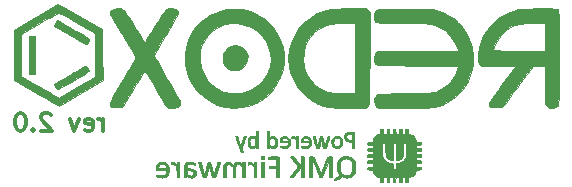
<source format=gbo>
G04 #@! TF.GenerationSoftware,KiCad,Pcbnew,(5.1.5)-3*
G04 #@! TF.CreationDate,2020-05-15T01:32:17+04:00*
G04 #@! TF.ProjectId,redox_rev2_ng-BOTTOM,7265646f-785f-4726-9576-325f6e672d42,2.0 NG*
G04 #@! TF.SameCoordinates,Original*
G04 #@! TF.FileFunction,Legend,Bot*
G04 #@! TF.FilePolarity,Positive*
%FSLAX46Y46*%
G04 Gerber Fmt 4.6, Leading zero omitted, Abs format (unit mm)*
G04 Created by KiCad (PCBNEW (5.1.5)-3) date 2020-05-15 01:32:17*
%MOMM*%
%LPD*%
G04 APERTURE LIST*
%ADD10C,0.300000*%
%ADD11C,0.010000*%
G04 APERTURE END LIST*
D10*
X133932071Y-105979071D02*
X133932071Y-104979071D01*
X133932071Y-105264785D02*
X133860642Y-105121928D01*
X133789214Y-105050500D01*
X133646357Y-104979071D01*
X133503500Y-104979071D01*
X132432071Y-105907642D02*
X132574928Y-105979071D01*
X132860642Y-105979071D01*
X133003500Y-105907642D01*
X133074928Y-105764785D01*
X133074928Y-105193357D01*
X133003500Y-105050500D01*
X132860642Y-104979071D01*
X132574928Y-104979071D01*
X132432071Y-105050500D01*
X132360642Y-105193357D01*
X132360642Y-105336214D01*
X133074928Y-105479071D01*
X131860642Y-104979071D02*
X131503500Y-105979071D01*
X131146357Y-104979071D01*
X129503500Y-104621928D02*
X129432071Y-104550500D01*
X129289214Y-104479071D01*
X128932071Y-104479071D01*
X128789214Y-104550500D01*
X128717785Y-104621928D01*
X128646357Y-104764785D01*
X128646357Y-104907642D01*
X128717785Y-105121928D01*
X129574928Y-105979071D01*
X128646357Y-105979071D01*
X128003500Y-105836214D02*
X127932071Y-105907642D01*
X128003500Y-105979071D01*
X128074928Y-105907642D01*
X128003500Y-105836214D01*
X128003500Y-105979071D01*
X127003500Y-104479071D02*
X126860642Y-104479071D01*
X126717785Y-104550500D01*
X126646357Y-104621928D01*
X126574928Y-104764785D01*
X126503500Y-105050500D01*
X126503500Y-105407642D01*
X126574928Y-105693357D01*
X126646357Y-105836214D01*
X126717785Y-105907642D01*
X126860642Y-105979071D01*
X127003500Y-105979071D01*
X127146357Y-105907642D01*
X127217785Y-105836214D01*
X127289214Y-105693357D01*
X127360642Y-105407642D01*
X127360642Y-105050500D01*
X127289214Y-104764785D01*
X127217785Y-104621928D01*
X127146357Y-104550500D01*
X127003500Y-104479071D01*
D11*
G36*
X170534044Y-95630386D02*
G01*
X170102030Y-95642723D01*
X169696710Y-95662449D01*
X169340955Y-95689365D01*
X169057634Y-95723274D01*
X168907553Y-95752883D01*
X168174595Y-96008678D01*
X167520364Y-96368916D01*
X166951831Y-96825246D01*
X166475967Y-97369316D01*
X166099744Y-97992775D01*
X165830132Y-98687270D01*
X165674102Y-99444451D01*
X165652885Y-99651961D01*
X165635904Y-99905320D01*
X165641470Y-100065887D01*
X165677851Y-100173787D01*
X165753316Y-100269147D01*
X165787173Y-100303671D01*
X165960424Y-100476921D01*
X168908573Y-100476921D01*
X167738326Y-102036698D01*
X167439499Y-102439360D01*
X167168839Y-102812455D01*
X166936471Y-103141351D01*
X166752519Y-103411421D01*
X166627106Y-103608033D01*
X166570357Y-103716557D01*
X166568079Y-103727803D01*
X166596410Y-103867887D01*
X166694788Y-103957098D01*
X166883290Y-104004584D01*
X167181995Y-104019493D01*
X167208396Y-104019553D01*
X167688291Y-104019553D01*
X167916506Y-103735474D01*
X168016930Y-103606039D01*
X168183428Y-103386301D01*
X168402950Y-103093711D01*
X168662447Y-102745717D01*
X168948869Y-102359771D01*
X169241177Y-101964158D01*
X170337632Y-100476921D01*
X171313869Y-100476921D01*
X171313869Y-103758261D01*
X171477936Y-103922328D01*
X171699555Y-104053894D01*
X171978800Y-104079168D01*
X172247771Y-104011987D01*
X172391882Y-103933220D01*
X172463984Y-103865829D01*
X172473185Y-103786184D01*
X172481885Y-103584757D01*
X172489934Y-103273451D01*
X172497179Y-102864167D01*
X172503467Y-102368806D01*
X172508646Y-101799272D01*
X172512565Y-101167466D01*
X172515070Y-100485289D01*
X172516003Y-99799974D01*
X172515971Y-98965818D01*
X172515233Y-98255247D01*
X172513515Y-97658164D01*
X172510546Y-97164471D01*
X172507213Y-96867448D01*
X171313869Y-96867448D01*
X171313869Y-99206921D01*
X169141500Y-99206921D01*
X168544325Y-99206517D01*
X168067416Y-99204823D01*
X167697353Y-99201115D01*
X167420719Y-99194673D01*
X167224097Y-99184772D01*
X167094068Y-99170692D01*
X167017214Y-99151708D01*
X166980117Y-99127099D01*
X166969359Y-99096142D01*
X166969184Y-99089948D01*
X167007953Y-98914660D01*
X167111283Y-98670285D01*
X167259889Y-98391856D01*
X167434483Y-98114404D01*
X167615779Y-97872961D01*
X167677778Y-97802878D01*
X168020671Y-97479567D01*
X168382150Y-97233730D01*
X168784730Y-97057504D01*
X169250922Y-96943030D01*
X169803241Y-96882445D01*
X170356790Y-96867448D01*
X171313869Y-96867448D01*
X172507213Y-96867448D01*
X172506052Y-96764071D01*
X172499762Y-96446864D01*
X172491403Y-96202755D01*
X172480702Y-96021644D01*
X172467387Y-95893433D01*
X172451186Y-95808026D01*
X172431826Y-95755325D01*
X172409035Y-95725230D01*
X172405993Y-95722606D01*
X172294083Y-95686456D01*
X172071646Y-95658881D01*
X171761554Y-95639685D01*
X171386676Y-95628669D01*
X170969883Y-95625635D01*
X170534044Y-95630386D01*
G37*
X170534044Y-95630386D02*
X170102030Y-95642723D01*
X169696710Y-95662449D01*
X169340955Y-95689365D01*
X169057634Y-95723274D01*
X168907553Y-95752883D01*
X168174595Y-96008678D01*
X167520364Y-96368916D01*
X166951831Y-96825246D01*
X166475967Y-97369316D01*
X166099744Y-97992775D01*
X165830132Y-98687270D01*
X165674102Y-99444451D01*
X165652885Y-99651961D01*
X165635904Y-99905320D01*
X165641470Y-100065887D01*
X165677851Y-100173787D01*
X165753316Y-100269147D01*
X165787173Y-100303671D01*
X165960424Y-100476921D01*
X168908573Y-100476921D01*
X167738326Y-102036698D01*
X167439499Y-102439360D01*
X167168839Y-102812455D01*
X166936471Y-103141351D01*
X166752519Y-103411421D01*
X166627106Y-103608033D01*
X166570357Y-103716557D01*
X166568079Y-103727803D01*
X166596410Y-103867887D01*
X166694788Y-103957098D01*
X166883290Y-104004584D01*
X167181995Y-104019493D01*
X167208396Y-104019553D01*
X167688291Y-104019553D01*
X167916506Y-103735474D01*
X168016930Y-103606039D01*
X168183428Y-103386301D01*
X168402950Y-103093711D01*
X168662447Y-102745717D01*
X168948869Y-102359771D01*
X169241177Y-101964158D01*
X170337632Y-100476921D01*
X171313869Y-100476921D01*
X171313869Y-103758261D01*
X171477936Y-103922328D01*
X171699555Y-104053894D01*
X171978800Y-104079168D01*
X172247771Y-104011987D01*
X172391882Y-103933220D01*
X172463984Y-103865829D01*
X172473185Y-103786184D01*
X172481885Y-103584757D01*
X172489934Y-103273451D01*
X172497179Y-102864167D01*
X172503467Y-102368806D01*
X172508646Y-101799272D01*
X172512565Y-101167466D01*
X172515070Y-100485289D01*
X172516003Y-99799974D01*
X172515971Y-98965818D01*
X172515233Y-98255247D01*
X172513515Y-97658164D01*
X172510546Y-97164471D01*
X172507213Y-96867448D01*
X171313869Y-96867448D01*
X171313869Y-99206921D01*
X169141500Y-99206921D01*
X168544325Y-99206517D01*
X168067416Y-99204823D01*
X167697353Y-99201115D01*
X167420719Y-99194673D01*
X167224097Y-99184772D01*
X167094068Y-99170692D01*
X167017214Y-99151708D01*
X166980117Y-99127099D01*
X166969359Y-99096142D01*
X166969184Y-99089948D01*
X167007953Y-98914660D01*
X167111283Y-98670285D01*
X167259889Y-98391856D01*
X167434483Y-98114404D01*
X167615779Y-97872961D01*
X167677778Y-97802878D01*
X168020671Y-97479567D01*
X168382150Y-97233730D01*
X168784730Y-97057504D01*
X169250922Y-96943030D01*
X169803241Y-96882445D01*
X170356790Y-96867448D01*
X171313869Y-96867448D01*
X172507213Y-96867448D01*
X172506052Y-96764071D01*
X172499762Y-96446864D01*
X172491403Y-96202755D01*
X172480702Y-96021644D01*
X172467387Y-95893433D01*
X172451186Y-95808026D01*
X172431826Y-95755325D01*
X172409035Y-95725230D01*
X172405993Y-95722606D01*
X172294083Y-95686456D01*
X172071646Y-95658881D01*
X171761554Y-95639685D01*
X171386676Y-95628669D01*
X170969883Y-95625635D01*
X170534044Y-95630386D01*
G36*
X158240671Y-95665620D02*
G01*
X157820438Y-95672181D01*
X157496458Y-95687028D01*
X157256258Y-95713428D01*
X157087364Y-95754645D01*
X156977302Y-95813947D01*
X156913597Y-95894600D01*
X156883777Y-95999869D01*
X156875367Y-96133021D01*
X156875893Y-96297322D01*
X156875974Y-96330359D01*
X156884160Y-96566706D01*
X156915264Y-96705547D01*
X156979104Y-96782416D01*
X157005264Y-96798254D01*
X157112885Y-96819163D01*
X157346228Y-96836643D01*
X157697368Y-96850447D01*
X158158382Y-96860329D01*
X158721343Y-96866043D01*
X159230431Y-96867448D01*
X159886134Y-96868793D01*
X160425225Y-96874268D01*
X160864762Y-96886028D01*
X161221802Y-96906231D01*
X161513404Y-96937031D01*
X161756624Y-96980587D01*
X161968521Y-97039053D01*
X162166151Y-97114588D01*
X162366574Y-97209346D01*
X162504784Y-97281395D01*
X162941535Y-97580208D01*
X163340407Y-97977759D01*
X163673473Y-98439473D01*
X163912811Y-98930773D01*
X163965437Y-99089948D01*
X164018747Y-99273764D01*
X157084081Y-99273764D01*
X156980027Y-99422321D01*
X156907746Y-99607303D01*
X156879546Y-99853876D01*
X156896041Y-100102589D01*
X156957846Y-100293994D01*
X156970817Y-100313751D01*
X156996417Y-100342586D01*
X157034898Y-100366976D01*
X157097251Y-100387423D01*
X157194470Y-100404430D01*
X157337548Y-100418500D01*
X157537477Y-100430137D01*
X157805252Y-100439843D01*
X158151865Y-100448120D01*
X158588308Y-100455473D01*
X159125575Y-100462404D01*
X159774659Y-100469416D01*
X160537186Y-100476921D01*
X164008712Y-100510343D01*
X163917679Y-100822460D01*
X163718313Y-101289885D01*
X163410453Y-101736471D01*
X163019157Y-102135444D01*
X162569483Y-102460030D01*
X162223342Y-102632762D01*
X162120108Y-102672540D01*
X162015680Y-102704896D01*
X161894932Y-102730849D01*
X161742736Y-102751413D01*
X161543965Y-102767605D01*
X161283491Y-102780441D01*
X160946188Y-102790936D01*
X160516927Y-102800107D01*
X159980582Y-102808969D01*
X159493525Y-102816102D01*
X157131339Y-102849816D01*
X157003657Y-103007616D01*
X156900567Y-103221177D01*
X156869904Y-103481215D01*
X156910145Y-103735128D01*
X157019768Y-103930317D01*
X157030677Y-103941059D01*
X157076370Y-103980945D01*
X157128986Y-104012731D01*
X157203062Y-104037295D01*
X157313135Y-104055512D01*
X157473742Y-104068259D01*
X157699420Y-104076412D01*
X158004706Y-104080848D01*
X158404138Y-104082442D01*
X158912251Y-104082072D01*
X159353440Y-104081081D01*
X160042511Y-104077455D01*
X160610024Y-104069968D01*
X161068060Y-104058161D01*
X161428703Y-104041577D01*
X161704034Y-104019758D01*
X161906135Y-103992246D01*
X161955974Y-103982453D01*
X162612538Y-103775808D01*
X163237799Y-103452858D01*
X163809938Y-103030647D01*
X164307133Y-102526219D01*
X164707564Y-101956617D01*
X164820991Y-101744659D01*
X165106435Y-101026534D01*
X165260246Y-100305157D01*
X165283929Y-99589358D01*
X165178987Y-98887967D01*
X164946924Y-98209813D01*
X164589246Y-97563724D01*
X164107457Y-96958530D01*
X163983747Y-96830542D01*
X163689831Y-96561544D01*
X163389070Y-96346954D01*
X163025634Y-96148073D01*
X162937566Y-96105370D01*
X162637153Y-95969695D01*
X162342923Y-95849860D01*
X162099874Y-95763668D01*
X162009927Y-95738354D01*
X161843399Y-95716186D01*
X161551941Y-95697619D01*
X161144266Y-95682902D01*
X160629085Y-95672284D01*
X160015112Y-95666014D01*
X159419796Y-95664290D01*
X158769633Y-95664078D01*
X158240671Y-95665620D01*
G37*
X158240671Y-95665620D02*
X157820438Y-95672181D01*
X157496458Y-95687028D01*
X157256258Y-95713428D01*
X157087364Y-95754645D01*
X156977302Y-95813947D01*
X156913597Y-95894600D01*
X156883777Y-95999869D01*
X156875367Y-96133021D01*
X156875893Y-96297322D01*
X156875974Y-96330359D01*
X156884160Y-96566706D01*
X156915264Y-96705547D01*
X156979104Y-96782416D01*
X157005264Y-96798254D01*
X157112885Y-96819163D01*
X157346228Y-96836643D01*
X157697368Y-96850447D01*
X158158382Y-96860329D01*
X158721343Y-96866043D01*
X159230431Y-96867448D01*
X159886134Y-96868793D01*
X160425225Y-96874268D01*
X160864762Y-96886028D01*
X161221802Y-96906231D01*
X161513404Y-96937031D01*
X161756624Y-96980587D01*
X161968521Y-97039053D01*
X162166151Y-97114588D01*
X162366574Y-97209346D01*
X162504784Y-97281395D01*
X162941535Y-97580208D01*
X163340407Y-97977759D01*
X163673473Y-98439473D01*
X163912811Y-98930773D01*
X163965437Y-99089948D01*
X164018747Y-99273764D01*
X157084081Y-99273764D01*
X156980027Y-99422321D01*
X156907746Y-99607303D01*
X156879546Y-99853876D01*
X156896041Y-100102589D01*
X156957846Y-100293994D01*
X156970817Y-100313751D01*
X156996417Y-100342586D01*
X157034898Y-100366976D01*
X157097251Y-100387423D01*
X157194470Y-100404430D01*
X157337548Y-100418500D01*
X157537477Y-100430137D01*
X157805252Y-100439843D01*
X158151865Y-100448120D01*
X158588308Y-100455473D01*
X159125575Y-100462404D01*
X159774659Y-100469416D01*
X160537186Y-100476921D01*
X164008712Y-100510343D01*
X163917679Y-100822460D01*
X163718313Y-101289885D01*
X163410453Y-101736471D01*
X163019157Y-102135444D01*
X162569483Y-102460030D01*
X162223342Y-102632762D01*
X162120108Y-102672540D01*
X162015680Y-102704896D01*
X161894932Y-102730849D01*
X161742736Y-102751413D01*
X161543965Y-102767605D01*
X161283491Y-102780441D01*
X160946188Y-102790936D01*
X160516927Y-102800107D01*
X159980582Y-102808969D01*
X159493525Y-102816102D01*
X157131339Y-102849816D01*
X157003657Y-103007616D01*
X156900567Y-103221177D01*
X156869904Y-103481215D01*
X156910145Y-103735128D01*
X157019768Y-103930317D01*
X157030677Y-103941059D01*
X157076370Y-103980945D01*
X157128986Y-104012731D01*
X157203062Y-104037295D01*
X157313135Y-104055512D01*
X157473742Y-104068259D01*
X157699420Y-104076412D01*
X158004706Y-104080848D01*
X158404138Y-104082442D01*
X158912251Y-104082072D01*
X159353440Y-104081081D01*
X160042511Y-104077455D01*
X160610024Y-104069968D01*
X161068060Y-104058161D01*
X161428703Y-104041577D01*
X161704034Y-104019758D01*
X161906135Y-103992246D01*
X161955974Y-103982453D01*
X162612538Y-103775808D01*
X163237799Y-103452858D01*
X163809938Y-103030647D01*
X164307133Y-102526219D01*
X164707564Y-101956617D01*
X164820991Y-101744659D01*
X165106435Y-101026534D01*
X165260246Y-100305157D01*
X165283929Y-99589358D01*
X165178987Y-98887967D01*
X164946924Y-98209813D01*
X164589246Y-97563724D01*
X164107457Y-96958530D01*
X163983747Y-96830542D01*
X163689831Y-96561544D01*
X163389070Y-96346954D01*
X163025634Y-96148073D01*
X162937566Y-96105370D01*
X162637153Y-95969695D01*
X162342923Y-95849860D01*
X162099874Y-95763668D01*
X162009927Y-95738354D01*
X161843399Y-95716186D01*
X161551941Y-95697619D01*
X161144266Y-95682902D01*
X160629085Y-95672284D01*
X160015112Y-95666014D01*
X159419796Y-95664290D01*
X158769633Y-95664078D01*
X158240671Y-95665620D01*
G36*
X155075542Y-95599480D02*
G01*
X155057565Y-95599512D01*
X154340272Y-95610153D01*
X153734820Y-95641954D01*
X153220472Y-95698911D01*
X152776491Y-95785017D01*
X152382139Y-95904269D01*
X152016680Y-96060661D01*
X151669047Y-96252311D01*
X151067741Y-96693876D01*
X150553949Y-97231759D01*
X150137973Y-97853145D01*
X149833476Y-98535548D01*
X149672513Y-99177232D01*
X149616485Y-99852899D01*
X149666291Y-100521690D01*
X149778992Y-101011658D01*
X150061146Y-101707791D01*
X150450413Y-102336946D01*
X150934935Y-102886971D01*
X151502852Y-103345714D01*
X152142307Y-103701024D01*
X152559417Y-103860808D01*
X152747285Y-103918661D01*
X152919835Y-103962712D01*
X153100432Y-103995289D01*
X153312442Y-104018719D01*
X153579232Y-104035331D01*
X153924168Y-104047450D01*
X154370616Y-104057406D01*
X154569921Y-104061073D01*
X155037212Y-104066422D01*
X155450140Y-104065346D01*
X155789840Y-104058278D01*
X156037447Y-104045655D01*
X156174096Y-104027911D01*
X156186473Y-104023777D01*
X156329927Y-103922841D01*
X156394735Y-103839508D01*
X156407081Y-103751217D01*
X156419854Y-103540674D01*
X156432769Y-103219305D01*
X156445539Y-102798542D01*
X156457880Y-102289811D01*
X156469505Y-101704543D01*
X156480130Y-101054166D01*
X156489468Y-100350110D01*
X156495218Y-99818023D01*
X156524147Y-96867448D01*
X155271763Y-96867448D01*
X155271763Y-102816395D01*
X154343015Y-102816395D01*
X153915021Y-102811795D01*
X153587381Y-102795856D01*
X153327011Y-102765369D01*
X153100826Y-102717125D01*
X152989462Y-102685109D01*
X152403184Y-102438215D01*
X151897840Y-102084923D01*
X151473423Y-101625227D01*
X151141195Y-101081967D01*
X151034614Y-100862353D01*
X150964065Y-100689140D01*
X150922119Y-100524224D01*
X150901348Y-100329500D01*
X150894323Y-100066862D01*
X150893605Y-99811967D01*
X150895881Y-99471143D01*
X150907112Y-99226181D01*
X150933910Y-99039280D01*
X150982883Y-98872639D01*
X151060641Y-98688456D01*
X151107597Y-98588062D01*
X151416899Y-98074820D01*
X151816257Y-97632826D01*
X152284692Y-97279248D01*
X152801224Y-97031257D01*
X153119395Y-96941556D01*
X153323290Y-96913245D01*
X153621829Y-96889923D01*
X153976000Y-96873899D01*
X154346792Y-96867478D01*
X154372685Y-96867448D01*
X155271763Y-96867448D01*
X156524147Y-96867448D01*
X156533464Y-95917283D01*
X156373547Y-95757365D01*
X156311076Y-95699498D01*
X156242966Y-95657641D01*
X156148008Y-95629252D01*
X156004995Y-95611784D01*
X155792719Y-95602696D01*
X155489970Y-95599442D01*
X155075542Y-95599480D01*
G37*
X155075542Y-95599480D02*
X155057565Y-95599512D01*
X154340272Y-95610153D01*
X153734820Y-95641954D01*
X153220472Y-95698911D01*
X152776491Y-95785017D01*
X152382139Y-95904269D01*
X152016680Y-96060661D01*
X151669047Y-96252311D01*
X151067741Y-96693876D01*
X150553949Y-97231759D01*
X150137973Y-97853145D01*
X149833476Y-98535548D01*
X149672513Y-99177232D01*
X149616485Y-99852899D01*
X149666291Y-100521690D01*
X149778992Y-101011658D01*
X150061146Y-101707791D01*
X150450413Y-102336946D01*
X150934935Y-102886971D01*
X151502852Y-103345714D01*
X152142307Y-103701024D01*
X152559417Y-103860808D01*
X152747285Y-103918661D01*
X152919835Y-103962712D01*
X153100432Y-103995289D01*
X153312442Y-104018719D01*
X153579232Y-104035331D01*
X153924168Y-104047450D01*
X154370616Y-104057406D01*
X154569921Y-104061073D01*
X155037212Y-104066422D01*
X155450140Y-104065346D01*
X155789840Y-104058278D01*
X156037447Y-104045655D01*
X156174096Y-104027911D01*
X156186473Y-104023777D01*
X156329927Y-103922841D01*
X156394735Y-103839508D01*
X156407081Y-103751217D01*
X156419854Y-103540674D01*
X156432769Y-103219305D01*
X156445539Y-102798542D01*
X156457880Y-102289811D01*
X156469505Y-101704543D01*
X156480130Y-101054166D01*
X156489468Y-100350110D01*
X156495218Y-99818023D01*
X156524147Y-96867448D01*
X155271763Y-96867448D01*
X155271763Y-102816395D01*
X154343015Y-102816395D01*
X153915021Y-102811795D01*
X153587381Y-102795856D01*
X153327011Y-102765369D01*
X153100826Y-102717125D01*
X152989462Y-102685109D01*
X152403184Y-102438215D01*
X151897840Y-102084923D01*
X151473423Y-101625227D01*
X151141195Y-101081967D01*
X151034614Y-100862353D01*
X150964065Y-100689140D01*
X150922119Y-100524224D01*
X150901348Y-100329500D01*
X150894323Y-100066862D01*
X150893605Y-99811967D01*
X150895881Y-99471143D01*
X150907112Y-99226181D01*
X150933910Y-99039280D01*
X150982883Y-98872639D01*
X151060641Y-98688456D01*
X151107597Y-98588062D01*
X151416899Y-98074820D01*
X151816257Y-97632826D01*
X152284692Y-97279248D01*
X152801224Y-97031257D01*
X153119395Y-96941556D01*
X153323290Y-96913245D01*
X153621829Y-96889923D01*
X153976000Y-96873899D01*
X154346792Y-96867478D01*
X154372685Y-96867448D01*
X155271763Y-96867448D01*
X156524147Y-96867448D01*
X156533464Y-95917283D01*
X156373547Y-95757365D01*
X156311076Y-95699498D01*
X156242966Y-95657641D01*
X156148008Y-95629252D01*
X156004995Y-95611784D01*
X155792719Y-95602696D01*
X155489970Y-95599442D01*
X155075542Y-95599480D01*
G36*
X144335023Y-95716868D02*
G01*
X143636493Y-95898106D01*
X142990320Y-96191210D01*
X142407858Y-96586937D01*
X141900460Y-97076043D01*
X141479479Y-97649283D01*
X141156269Y-98297415D01*
X140942184Y-99011193D01*
X140939656Y-99023348D01*
X140857755Y-99530936D01*
X140841328Y-99984470D01*
X140890123Y-100446306D01*
X140932993Y-100672034D01*
X141146797Y-101380957D01*
X141469433Y-102025223D01*
X141888670Y-102596047D01*
X142392278Y-103084640D01*
X142968025Y-103482217D01*
X143603680Y-103779990D01*
X144287012Y-103969172D01*
X145005791Y-104040976D01*
X145579658Y-104010275D01*
X146222379Y-103870858D01*
X146859411Y-103617517D01*
X147458678Y-103267381D01*
X147988102Y-102837580D01*
X148210175Y-102605522D01*
X148606818Y-102061032D01*
X148915237Y-101447550D01*
X149128789Y-100791103D01*
X149240832Y-100117716D01*
X149241464Y-100009654D01*
X148114174Y-100009654D01*
X148027231Y-100584138D01*
X148026418Y-100587198D01*
X147809939Y-101147336D01*
X147480487Y-101651406D01*
X147051810Y-102085923D01*
X146537654Y-102437404D01*
X145951767Y-102692364D01*
X145847026Y-102724845D01*
X145585968Y-102771938D01*
X145232397Y-102793230D01*
X144926022Y-102790443D01*
X144608376Y-102773515D01*
X144372429Y-102741708D01*
X144166217Y-102682658D01*
X143937778Y-102583999D01*
X143823127Y-102527985D01*
X143396830Y-102292794D01*
X143067115Y-102051369D01*
X142798860Y-101774554D01*
X142617528Y-101527162D01*
X142347898Y-101046246D01*
X142184125Y-100559777D01*
X142115554Y-100028252D01*
X142115830Y-99667318D01*
X142133375Y-99346457D01*
X142164032Y-99108774D01*
X142219899Y-98903770D01*
X142313073Y-98680940D01*
X142390554Y-98520438D01*
X142724747Y-97986672D01*
X143146101Y-97548761D01*
X143641639Y-97213993D01*
X144198385Y-96989657D01*
X144803362Y-96883039D01*
X145300172Y-96886269D01*
X145892595Y-96997059D01*
X146437797Y-97216988D01*
X146925007Y-97531435D01*
X147343453Y-97925778D01*
X147682364Y-98385393D01*
X147930969Y-98895659D01*
X148078496Y-99441954D01*
X148114174Y-100009654D01*
X149241464Y-100009654D01*
X149244721Y-99453417D01*
X149155046Y-98903465D01*
X149017089Y-98483414D01*
X148815928Y-98029587D01*
X148576460Y-97590294D01*
X148323579Y-97213845D01*
X148217361Y-97083829D01*
X147671428Y-96561055D01*
X147060084Y-96153717D01*
X146390943Y-95865271D01*
X145671616Y-95699173D01*
X145074556Y-95656742D01*
X144335023Y-95716868D01*
G37*
X144335023Y-95716868D02*
X143636493Y-95898106D01*
X142990320Y-96191210D01*
X142407858Y-96586937D01*
X141900460Y-97076043D01*
X141479479Y-97649283D01*
X141156269Y-98297415D01*
X140942184Y-99011193D01*
X140939656Y-99023348D01*
X140857755Y-99530936D01*
X140841328Y-99984470D01*
X140890123Y-100446306D01*
X140932993Y-100672034D01*
X141146797Y-101380957D01*
X141469433Y-102025223D01*
X141888670Y-102596047D01*
X142392278Y-103084640D01*
X142968025Y-103482217D01*
X143603680Y-103779990D01*
X144287012Y-103969172D01*
X145005791Y-104040976D01*
X145579658Y-104010275D01*
X146222379Y-103870858D01*
X146859411Y-103617517D01*
X147458678Y-103267381D01*
X147988102Y-102837580D01*
X148210175Y-102605522D01*
X148606818Y-102061032D01*
X148915237Y-101447550D01*
X149128789Y-100791103D01*
X149240832Y-100117716D01*
X149241464Y-100009654D01*
X148114174Y-100009654D01*
X148027231Y-100584138D01*
X148026418Y-100587198D01*
X147809939Y-101147336D01*
X147480487Y-101651406D01*
X147051810Y-102085923D01*
X146537654Y-102437404D01*
X145951767Y-102692364D01*
X145847026Y-102724845D01*
X145585968Y-102771938D01*
X145232397Y-102793230D01*
X144926022Y-102790443D01*
X144608376Y-102773515D01*
X144372429Y-102741708D01*
X144166217Y-102682658D01*
X143937778Y-102583999D01*
X143823127Y-102527985D01*
X143396830Y-102292794D01*
X143067115Y-102051369D01*
X142798860Y-101774554D01*
X142617528Y-101527162D01*
X142347898Y-101046246D01*
X142184125Y-100559777D01*
X142115554Y-100028252D01*
X142115830Y-99667318D01*
X142133375Y-99346457D01*
X142164032Y-99108774D01*
X142219899Y-98903770D01*
X142313073Y-98680940D01*
X142390554Y-98520438D01*
X142724747Y-97986672D01*
X143146101Y-97548761D01*
X143641639Y-97213993D01*
X144198385Y-96989657D01*
X144803362Y-96883039D01*
X145300172Y-96886269D01*
X145892595Y-96997059D01*
X146437797Y-97216988D01*
X146925007Y-97531435D01*
X147343453Y-97925778D01*
X147682364Y-98385393D01*
X147930969Y-98895659D01*
X148078496Y-99441954D01*
X148114174Y-100009654D01*
X149241464Y-100009654D01*
X149244721Y-99453417D01*
X149155046Y-98903465D01*
X149017089Y-98483414D01*
X148815928Y-98029587D01*
X148576460Y-97590294D01*
X148323579Y-97213845D01*
X148217361Y-97083829D01*
X147671428Y-96561055D01*
X147060084Y-96153717D01*
X146390943Y-95865271D01*
X145671616Y-95699173D01*
X145074556Y-95656742D01*
X144335023Y-95716868D01*
G36*
X134842466Y-95668414D02*
G01*
X134638030Y-95800547D01*
X134551952Y-95928662D01*
X134531760Y-95987574D01*
X134526169Y-96051118D01*
X134541948Y-96132264D01*
X134585870Y-96243983D01*
X134664707Y-96399244D01*
X134785229Y-96611021D01*
X134954208Y-96892282D01*
X135178415Y-97255999D01*
X135464623Y-97715143D01*
X135585607Y-97908641D01*
X135874401Y-98375214D01*
X136129739Y-98797298D01*
X136344292Y-99162122D01*
X136510735Y-99456918D01*
X136621739Y-99668915D01*
X136669977Y-99785342D01*
X136670992Y-99800216D01*
X136629958Y-99883022D01*
X136528252Y-100064951D01*
X136374688Y-100330919D01*
X136178080Y-100665844D01*
X135947241Y-101054641D01*
X135690986Y-101482227D01*
X135597609Y-101637119D01*
X135265893Y-102190731D01*
X135001284Y-102643458D01*
X134798508Y-103006805D01*
X134652290Y-103292280D01*
X134557357Y-103511392D01*
X134508435Y-103675648D01*
X134500250Y-103796555D01*
X134527527Y-103885621D01*
X134551319Y-103920023D01*
X134658224Y-103970830D01*
X134851268Y-104005485D01*
X135083622Y-104021663D01*
X135308459Y-104017039D01*
X135478950Y-103989289D01*
X135525819Y-103968398D01*
X135578965Y-103899872D01*
X135690759Y-103732500D01*
X135851159Y-103482126D01*
X136050127Y-103164593D01*
X136277621Y-102795743D01*
X136488912Y-102448764D01*
X136731760Y-102048516D01*
X136952930Y-101685604D01*
X137142686Y-101375878D01*
X137291288Y-101135187D01*
X137388997Y-100979382D01*
X137424976Y-100925275D01*
X137472810Y-100960629D01*
X137574351Y-101094493D01*
X137718592Y-101308400D01*
X137894529Y-101583883D01*
X138091155Y-101902475D01*
X138297464Y-102245709D01*
X138502450Y-102595119D01*
X138695106Y-102932236D01*
X138864427Y-103238595D01*
X138999407Y-103495727D01*
X139089038Y-103685167D01*
X139118857Y-103767417D01*
X139221041Y-103921150D01*
X139417670Y-104027248D01*
X139675628Y-104078081D01*
X139961802Y-104066015D01*
X140175427Y-104010950D01*
X140328552Y-103903175D01*
X140433867Y-103749647D01*
X140453248Y-103692234D01*
X140458624Y-103628902D01*
X140443738Y-103547033D01*
X140402332Y-103434012D01*
X140328148Y-103277221D01*
X140214927Y-103064045D01*
X140056413Y-102781866D01*
X139846346Y-102418068D01*
X139578469Y-101960035D01*
X139371125Y-101607063D01*
X139099863Y-101144284D01*
X138851568Y-100718092D01*
X138634090Y-100342166D01*
X138455281Y-100030183D01*
X138322990Y-99795822D01*
X138245069Y-99652761D01*
X138227026Y-99613729D01*
X138260253Y-99546728D01*
X138354279Y-99379861D01*
X138500626Y-99127595D01*
X138690812Y-98804396D01*
X138916359Y-98424729D01*
X139168785Y-98003061D01*
X139263079Y-97846300D01*
X139523865Y-97409406D01*
X139760579Y-97005380D01*
X139964651Y-96649443D01*
X140127514Y-96356818D01*
X140240598Y-96142727D01*
X140295334Y-96022394D01*
X140299132Y-96005783D01*
X140252302Y-95874022D01*
X140158430Y-95758202D01*
X139989097Y-95674075D01*
X139749404Y-95632400D01*
X139494427Y-95634862D01*
X139279240Y-95683144D01*
X139198964Y-95728869D01*
X139132287Y-95812642D01*
X139009409Y-95994397D01*
X138841438Y-96256611D01*
X138639482Y-96581763D01*
X138414649Y-96952331D01*
X138276474Y-97183977D01*
X138049056Y-97563322D01*
X137843185Y-97898489D01*
X137668694Y-98174137D01*
X137535420Y-98374922D01*
X137453196Y-98485502D01*
X137431784Y-98501738D01*
X137386386Y-98436399D01*
X137280229Y-98273704D01*
X137123509Y-98029593D01*
X136926426Y-97720008D01*
X136699178Y-97360891D01*
X136522258Y-97080051D01*
X136249184Y-96647270D01*
X136035679Y-96314320D01*
X135871006Y-96067329D01*
X135744427Y-95892422D01*
X135645205Y-95775729D01*
X135562604Y-95703375D01*
X135485886Y-95661488D01*
X135404874Y-95636333D01*
X135109864Y-95609638D01*
X134842466Y-95668414D01*
G37*
X134842466Y-95668414D02*
X134638030Y-95800547D01*
X134551952Y-95928662D01*
X134531760Y-95987574D01*
X134526169Y-96051118D01*
X134541948Y-96132264D01*
X134585870Y-96243983D01*
X134664707Y-96399244D01*
X134785229Y-96611021D01*
X134954208Y-96892282D01*
X135178415Y-97255999D01*
X135464623Y-97715143D01*
X135585607Y-97908641D01*
X135874401Y-98375214D01*
X136129739Y-98797298D01*
X136344292Y-99162122D01*
X136510735Y-99456918D01*
X136621739Y-99668915D01*
X136669977Y-99785342D01*
X136670992Y-99800216D01*
X136629958Y-99883022D01*
X136528252Y-100064951D01*
X136374688Y-100330919D01*
X136178080Y-100665844D01*
X135947241Y-101054641D01*
X135690986Y-101482227D01*
X135597609Y-101637119D01*
X135265893Y-102190731D01*
X135001284Y-102643458D01*
X134798508Y-103006805D01*
X134652290Y-103292280D01*
X134557357Y-103511392D01*
X134508435Y-103675648D01*
X134500250Y-103796555D01*
X134527527Y-103885621D01*
X134551319Y-103920023D01*
X134658224Y-103970830D01*
X134851268Y-104005485D01*
X135083622Y-104021663D01*
X135308459Y-104017039D01*
X135478950Y-103989289D01*
X135525819Y-103968398D01*
X135578965Y-103899872D01*
X135690759Y-103732500D01*
X135851159Y-103482126D01*
X136050127Y-103164593D01*
X136277621Y-102795743D01*
X136488912Y-102448764D01*
X136731760Y-102048516D01*
X136952930Y-101685604D01*
X137142686Y-101375878D01*
X137291288Y-101135187D01*
X137388997Y-100979382D01*
X137424976Y-100925275D01*
X137472810Y-100960629D01*
X137574351Y-101094493D01*
X137718592Y-101308400D01*
X137894529Y-101583883D01*
X138091155Y-101902475D01*
X138297464Y-102245709D01*
X138502450Y-102595119D01*
X138695106Y-102932236D01*
X138864427Y-103238595D01*
X138999407Y-103495727D01*
X139089038Y-103685167D01*
X139118857Y-103767417D01*
X139221041Y-103921150D01*
X139417670Y-104027248D01*
X139675628Y-104078081D01*
X139961802Y-104066015D01*
X140175427Y-104010950D01*
X140328552Y-103903175D01*
X140433867Y-103749647D01*
X140453248Y-103692234D01*
X140458624Y-103628902D01*
X140443738Y-103547033D01*
X140402332Y-103434012D01*
X140328148Y-103277221D01*
X140214927Y-103064045D01*
X140056413Y-102781866D01*
X139846346Y-102418068D01*
X139578469Y-101960035D01*
X139371125Y-101607063D01*
X139099863Y-101144284D01*
X138851568Y-100718092D01*
X138634090Y-100342166D01*
X138455281Y-100030183D01*
X138322990Y-99795822D01*
X138245069Y-99652761D01*
X138227026Y-99613729D01*
X138260253Y-99546728D01*
X138354279Y-99379861D01*
X138500626Y-99127595D01*
X138690812Y-98804396D01*
X138916359Y-98424729D01*
X139168785Y-98003061D01*
X139263079Y-97846300D01*
X139523865Y-97409406D01*
X139760579Y-97005380D01*
X139964651Y-96649443D01*
X140127514Y-96356818D01*
X140240598Y-96142727D01*
X140295334Y-96022394D01*
X140299132Y-96005783D01*
X140252302Y-95874022D01*
X140158430Y-95758202D01*
X139989097Y-95674075D01*
X139749404Y-95632400D01*
X139494427Y-95634862D01*
X139279240Y-95683144D01*
X139198964Y-95728869D01*
X139132287Y-95812642D01*
X139009409Y-95994397D01*
X138841438Y-96256611D01*
X138639482Y-96581763D01*
X138414649Y-96952331D01*
X138276474Y-97183977D01*
X138049056Y-97563322D01*
X137843185Y-97898489D01*
X137668694Y-98174137D01*
X137535420Y-98374922D01*
X137453196Y-98485502D01*
X137431784Y-98501738D01*
X137386386Y-98436399D01*
X137280229Y-98273704D01*
X137123509Y-98029593D01*
X136926426Y-97720008D01*
X136699178Y-97360891D01*
X136522258Y-97080051D01*
X136249184Y-96647270D01*
X136035679Y-96314320D01*
X135871006Y-96067329D01*
X135744427Y-95892422D01*
X135645205Y-95775729D01*
X135562604Y-95703375D01*
X135485886Y-95661488D01*
X135404874Y-95636333D01*
X135109864Y-95609638D01*
X134842466Y-95668414D01*
G36*
X128272283Y-96340639D02*
G01*
X126395974Y-97421146D01*
X126395974Y-101713535D01*
X127846061Y-102549044D01*
X128273229Y-102794731D01*
X128687949Y-103032454D01*
X129067848Y-103249451D01*
X129390557Y-103432958D01*
X129633703Y-103570215D01*
X129734351Y-103626303D01*
X130172553Y-103868053D01*
X133884083Y-101720795D01*
X133881468Y-101399441D01*
X133282802Y-101399441D01*
X131727677Y-102297947D01*
X130172553Y-103196453D01*
X129866900Y-103023134D01*
X129717756Y-102938157D01*
X129474876Y-102799301D01*
X129160447Y-102619269D01*
X128796657Y-102410769D01*
X128405690Y-102186506D01*
X128280321Y-102114553D01*
X126999395Y-101379290D01*
X126997553Y-97761960D01*
X128551632Y-96869356D01*
X128964737Y-96632189D01*
X129339205Y-96417403D01*
X129659588Y-96233845D01*
X129910435Y-96090359D01*
X130076298Y-95995789D01*
X130141729Y-95958981D01*
X130141743Y-95958974D01*
X130206882Y-95986271D01*
X130372074Y-96072284D01*
X130621844Y-96208472D01*
X130940713Y-96386289D01*
X131313205Y-96597192D01*
X131712532Y-96826115D01*
X133247290Y-97711033D01*
X133282802Y-101399441D01*
X133881468Y-101399441D01*
X133866476Y-99557417D01*
X133848869Y-97394040D01*
X130148591Y-95260132D01*
X128272283Y-96340639D01*
G37*
X128272283Y-96340639D02*
X126395974Y-97421146D01*
X126395974Y-101713535D01*
X127846061Y-102549044D01*
X128273229Y-102794731D01*
X128687949Y-103032454D01*
X129067848Y-103249451D01*
X129390557Y-103432958D01*
X129633703Y-103570215D01*
X129734351Y-103626303D01*
X130172553Y-103868053D01*
X133884083Y-101720795D01*
X133881468Y-101399441D01*
X133282802Y-101399441D01*
X131727677Y-102297947D01*
X130172553Y-103196453D01*
X129866900Y-103023134D01*
X129717756Y-102938157D01*
X129474876Y-102799301D01*
X129160447Y-102619269D01*
X128796657Y-102410769D01*
X128405690Y-102186506D01*
X128280321Y-102114553D01*
X126999395Y-101379290D01*
X126997553Y-97761960D01*
X128551632Y-96869356D01*
X128964737Y-96632189D01*
X129339205Y-96417403D01*
X129659588Y-96233845D01*
X129910435Y-96090359D01*
X130076298Y-95995789D01*
X130141729Y-95958981D01*
X130141743Y-95958974D01*
X130206882Y-95986271D01*
X130372074Y-96072284D01*
X130621844Y-96208472D01*
X130940713Y-96386289D01*
X131313205Y-96597192D01*
X131712532Y-96826115D01*
X133247290Y-97711033D01*
X133282802Y-101399441D01*
X133881468Y-101399441D01*
X133866476Y-99557417D01*
X133848869Y-97394040D01*
X130148591Y-95260132D01*
X128272283Y-96340639D01*
G36*
X144751226Y-98805448D02*
G01*
X144453602Y-98988037D01*
X144206890Y-99282385D01*
X144190937Y-99309161D01*
X144080197Y-99600308D01*
X144049041Y-99923015D01*
X144095375Y-100232137D01*
X144217105Y-100482526D01*
X144247015Y-100518042D01*
X144543435Y-100749328D01*
X144883396Y-100859774D01*
X145247255Y-100846347D01*
X145582330Y-100724054D01*
X145858333Y-100513436D01*
X146051313Y-100234631D01*
X146152915Y-99917914D01*
X146154780Y-99593562D01*
X146048550Y-99291852D01*
X145998625Y-99215996D01*
X145723461Y-98939893D01*
X145408766Y-98780211D01*
X145077150Y-98735785D01*
X144751226Y-98805448D01*
G37*
X144751226Y-98805448D02*
X144453602Y-98988037D01*
X144206890Y-99282385D01*
X144190937Y-99309161D01*
X144080197Y-99600308D01*
X144049041Y-99923015D01*
X144095375Y-100232137D01*
X144217105Y-100482526D01*
X144247015Y-100518042D01*
X144543435Y-100749328D01*
X144883396Y-100859774D01*
X145247255Y-100846347D01*
X145582330Y-100724054D01*
X145858333Y-100513436D01*
X146051313Y-100234631D01*
X146152915Y-99917914D01*
X146154780Y-99593562D01*
X146048550Y-99291852D01*
X145998625Y-99215996D01*
X145723461Y-98939893D01*
X145408766Y-98780211D01*
X145077150Y-98735785D01*
X144751226Y-98805448D01*
G36*
X132427089Y-100508828D02*
G01*
X132259400Y-100598356D01*
X132009451Y-100736219D01*
X131693980Y-100913131D01*
X131329724Y-101119805D01*
X131093205Y-101255100D01*
X129736863Y-102033278D01*
X129855057Y-102235655D01*
X129952128Y-102377471D01*
X130032676Y-102455783D01*
X130039481Y-102458644D01*
X130114353Y-102432600D01*
X130286794Y-102348167D01*
X130539159Y-102214764D01*
X130853806Y-102041806D01*
X131213089Y-101838711D01*
X131368508Y-101749318D01*
X131741878Y-101532323D01*
X132077278Y-101335161D01*
X132356946Y-101168458D01*
X132563121Y-101042834D01*
X132678042Y-100968915D01*
X132694327Y-100956357D01*
X132705096Y-100865912D01*
X132664222Y-100720139D01*
X132594717Y-100574602D01*
X132519590Y-100484866D01*
X132495781Y-100476921D01*
X132427089Y-100508828D01*
G37*
X132427089Y-100508828D02*
X132259400Y-100598356D01*
X132009451Y-100736219D01*
X131693980Y-100913131D01*
X131329724Y-101119805D01*
X131093205Y-101255100D01*
X129736863Y-102033278D01*
X129855057Y-102235655D01*
X129952128Y-102377471D01*
X130032676Y-102455783D01*
X130039481Y-102458644D01*
X130114353Y-102432600D01*
X130286794Y-102348167D01*
X130539159Y-102214764D01*
X130853806Y-102041806D01*
X131213089Y-101838711D01*
X131368508Y-101749318D01*
X131741878Y-101532323D01*
X132077278Y-101335161D01*
X132356946Y-101168458D01*
X132563121Y-101042834D01*
X132678042Y-100968915D01*
X132694327Y-100956357D01*
X132705096Y-100865912D01*
X132664222Y-100720139D01*
X132594717Y-100574602D01*
X132519590Y-100484866D01*
X132495781Y-100476921D01*
X132427089Y-100508828D01*
G36*
X127665974Y-101145343D02*
G01*
X128200711Y-101145343D01*
X128200711Y-97936921D01*
X127665974Y-97936921D01*
X127665974Y-101145343D01*
G37*
X127665974Y-101145343D02*
X128200711Y-101145343D01*
X128200711Y-97936921D01*
X127665974Y-97936921D01*
X127665974Y-101145343D01*
G36*
X129751800Y-97102596D02*
G01*
X131085923Y-97870680D01*
X131468682Y-98090582D01*
X131813000Y-98287522D01*
X132101900Y-98451861D01*
X132318405Y-98573961D01*
X132445537Y-98644182D01*
X132471280Y-98657222D01*
X132531883Y-98616329D01*
X132620168Y-98491747D01*
X132648023Y-98442624D01*
X132720343Y-98289482D01*
X132746647Y-98193646D01*
X132743042Y-98182669D01*
X132678259Y-98142556D01*
X132515649Y-98046592D01*
X132273389Y-97905366D01*
X131969658Y-97729470D01*
X131622632Y-97529495D01*
X131576237Y-97502828D01*
X131209591Y-97291876D01*
X130869258Y-97095559D01*
X130577459Y-96926732D01*
X130356413Y-96798253D01*
X130228340Y-96722979D01*
X130225832Y-96721476D01*
X130011742Y-96593066D01*
X129751800Y-97102596D01*
G37*
X129751800Y-97102596D02*
X131085923Y-97870680D01*
X131468682Y-98090582D01*
X131813000Y-98287522D01*
X132101900Y-98451861D01*
X132318405Y-98573961D01*
X132445537Y-98644182D01*
X132471280Y-98657222D01*
X132531883Y-98616329D01*
X132620168Y-98491747D01*
X132648023Y-98442624D01*
X132720343Y-98289482D01*
X132746647Y-98193646D01*
X132743042Y-98182669D01*
X132678259Y-98142556D01*
X132515649Y-98046592D01*
X132273389Y-97905366D01*
X131969658Y-97729470D01*
X131622632Y-97529495D01*
X131576237Y-97502828D01*
X131209591Y-97291876D01*
X130869258Y-97095559D01*
X130577459Y-96926732D01*
X130356413Y-96798253D01*
X130228340Y-96722979D01*
X130225832Y-96721476D01*
X130011742Y-96593066D01*
X129751800Y-97102596D01*
G36*
X149925128Y-106439145D02*
G01*
X149882686Y-106458037D01*
X149864242Y-106493680D01*
X149860538Y-106519311D01*
X149861924Y-106578301D01*
X149883677Y-106605623D01*
X149929932Y-106605150D01*
X149947343Y-106600707D01*
X150026689Y-106596977D01*
X150102621Y-106631705D01*
X150174059Y-106704344D01*
X150186997Y-106722330D01*
X150247846Y-106810771D01*
X150247846Y-107438731D01*
X150404825Y-107438731D01*
X150399604Y-106945385D01*
X150394384Y-106452038D01*
X150326000Y-106452038D01*
X150280821Y-106455271D01*
X150259298Y-106472639D01*
X150249209Y-106515651D01*
X150247846Y-106525628D01*
X150238077Y-106599217D01*
X150184050Y-106531186D01*
X150113435Y-106469842D01*
X150027295Y-106436731D01*
X149937861Y-106436201D01*
X149925128Y-106439145D01*
G37*
X149925128Y-106439145D02*
X149882686Y-106458037D01*
X149864242Y-106493680D01*
X149860538Y-106519311D01*
X149861924Y-106578301D01*
X149883677Y-106605623D01*
X149929932Y-106605150D01*
X149947343Y-106600707D01*
X150026689Y-106596977D01*
X150102621Y-106631705D01*
X150174059Y-106704344D01*
X150186997Y-106722330D01*
X150247846Y-106810771D01*
X150247846Y-107438731D01*
X150404825Y-107438731D01*
X150399604Y-106945385D01*
X150394384Y-106452038D01*
X150326000Y-106452038D01*
X150280821Y-106455271D01*
X150259298Y-106472639D01*
X150249209Y-106515651D01*
X150247846Y-106525628D01*
X150238077Y-106599217D01*
X150184050Y-106531186D01*
X150113435Y-106469842D01*
X150027295Y-106436731D01*
X149937861Y-106436201D01*
X149925128Y-106439145D01*
G36*
X152963030Y-106452201D02*
G01*
X152929962Y-106472410D01*
X152927295Y-106476461D01*
X152916250Y-106505507D01*
X152896586Y-106565549D01*
X152870353Y-106649991D01*
X152839602Y-106752239D01*
X152807350Y-106862346D01*
X152774616Y-106973891D01*
X152744799Y-107072428D01*
X152719832Y-107151813D01*
X152701646Y-107205902D01*
X152692174Y-107228552D01*
X152692163Y-107228564D01*
X152683255Y-107215293D01*
X152666500Y-107169684D01*
X152643643Y-107097282D01*
X152616430Y-107003630D01*
X152586607Y-106894273D01*
X152585051Y-106888385D01*
X152547720Y-106746817D01*
X152518707Y-106638564D01*
X152496012Y-106559253D01*
X152477637Y-106504508D01*
X152461585Y-106469955D01*
X152445857Y-106451219D01*
X152428455Y-106443924D01*
X152407382Y-106443697D01*
X152382992Y-106445972D01*
X152310224Y-106452038D01*
X152218637Y-106764654D01*
X152186073Y-106876390D01*
X152155733Y-106981570D01*
X152130070Y-107071603D01*
X152111542Y-107137897D01*
X152104876Y-107162684D01*
X152089940Y-107211386D01*
X152077368Y-107237419D01*
X152073366Y-107238763D01*
X152065350Y-107218011D01*
X152048315Y-107165401D01*
X152024014Y-107086639D01*
X151994200Y-106987431D01*
X151960626Y-106873483D01*
X151951087Y-106840733D01*
X151838144Y-106452038D01*
X151773203Y-106445731D01*
X151723656Y-106446244D01*
X151691721Y-106456066D01*
X151690682Y-106457002D01*
X151691045Y-106480534D01*
X151702728Y-106537287D01*
X151724713Y-106623406D01*
X151755986Y-106735032D01*
X151795529Y-106868310D01*
X151820167Y-106948575D01*
X151860136Y-107077741D01*
X151895975Y-107194214D01*
X151926137Y-107292915D01*
X151949075Y-107368762D01*
X151963241Y-107416674D01*
X151967230Y-107431625D01*
X151984895Y-107435583D01*
X152030589Y-107436452D01*
X152077910Y-107434821D01*
X152188590Y-107428961D01*
X152286632Y-107082465D01*
X152318104Y-106973812D01*
X152346586Y-106880302D01*
X152370245Y-106807574D01*
X152387248Y-106761263D01*
X152395760Y-106747004D01*
X152404174Y-106768589D01*
X152420695Y-106821695D01*
X152443493Y-106900052D01*
X152470740Y-106997391D01*
X152496870Y-107093501D01*
X152586895Y-107428961D01*
X152697140Y-107434821D01*
X152756808Y-107436662D01*
X152796841Y-107435349D01*
X152807384Y-107432376D01*
X152812893Y-107412208D01*
X152828398Y-107359779D01*
X152852364Y-107280163D01*
X152883257Y-107178435D01*
X152919542Y-107059670D01*
X152953272Y-106949790D01*
X152992571Y-106820135D01*
X153027058Y-106702691D01*
X153055302Y-106602638D01*
X153075872Y-106525155D01*
X153087337Y-106475423D01*
X153088888Y-106458889D01*
X153059752Y-106443564D01*
X153012046Y-106441960D01*
X152963030Y-106452201D01*
G37*
X152963030Y-106452201D02*
X152929962Y-106472410D01*
X152927295Y-106476461D01*
X152916250Y-106505507D01*
X152896586Y-106565549D01*
X152870353Y-106649991D01*
X152839602Y-106752239D01*
X152807350Y-106862346D01*
X152774616Y-106973891D01*
X152744799Y-107072428D01*
X152719832Y-107151813D01*
X152701646Y-107205902D01*
X152692174Y-107228552D01*
X152692163Y-107228564D01*
X152683255Y-107215293D01*
X152666500Y-107169684D01*
X152643643Y-107097282D01*
X152616430Y-107003630D01*
X152586607Y-106894273D01*
X152585051Y-106888385D01*
X152547720Y-106746817D01*
X152518707Y-106638564D01*
X152496012Y-106559253D01*
X152477637Y-106504508D01*
X152461585Y-106469955D01*
X152445857Y-106451219D01*
X152428455Y-106443924D01*
X152407382Y-106443697D01*
X152382992Y-106445972D01*
X152310224Y-106452038D01*
X152218637Y-106764654D01*
X152186073Y-106876390D01*
X152155733Y-106981570D01*
X152130070Y-107071603D01*
X152111542Y-107137897D01*
X152104876Y-107162684D01*
X152089940Y-107211386D01*
X152077368Y-107237419D01*
X152073366Y-107238763D01*
X152065350Y-107218011D01*
X152048315Y-107165401D01*
X152024014Y-107086639D01*
X151994200Y-106987431D01*
X151960626Y-106873483D01*
X151951087Y-106840733D01*
X151838144Y-106452038D01*
X151773203Y-106445731D01*
X151723656Y-106446244D01*
X151691721Y-106456066D01*
X151690682Y-106457002D01*
X151691045Y-106480534D01*
X151702728Y-106537287D01*
X151724713Y-106623406D01*
X151755986Y-106735032D01*
X151795529Y-106868310D01*
X151820167Y-106948575D01*
X151860136Y-107077741D01*
X151895975Y-107194214D01*
X151926137Y-107292915D01*
X151949075Y-107368762D01*
X151963241Y-107416674D01*
X151967230Y-107431625D01*
X151984895Y-107435583D01*
X152030589Y-107436452D01*
X152077910Y-107434821D01*
X152188590Y-107428961D01*
X152286632Y-107082465D01*
X152318104Y-106973812D01*
X152346586Y-106880302D01*
X152370245Y-106807574D01*
X152387248Y-106761263D01*
X152395760Y-106747004D01*
X152404174Y-106768589D01*
X152420695Y-106821695D01*
X152443493Y-106900052D01*
X152470740Y-106997391D01*
X152496870Y-107093501D01*
X152586895Y-107428961D01*
X152697140Y-107434821D01*
X152756808Y-107436662D01*
X152796841Y-107435349D01*
X152807384Y-107432376D01*
X152812893Y-107412208D01*
X152828398Y-107359779D01*
X152852364Y-107280163D01*
X152883257Y-107178435D01*
X152919542Y-107059670D01*
X152953272Y-106949790D01*
X152992571Y-106820135D01*
X153027058Y-106702691D01*
X153055302Y-106602638D01*
X153075872Y-106525155D01*
X153087337Y-106475423D01*
X153088888Y-106458889D01*
X153059752Y-106443564D01*
X153012046Y-106441960D01*
X152963030Y-106452201D01*
G36*
X154909927Y-106092383D02*
G01*
X154844117Y-106094208D01*
X154731042Y-106100757D01*
X154646682Y-106111618D01*
X154580765Y-106128473D01*
X154542843Y-106143483D01*
X154450714Y-106204126D01*
X154385641Y-106285975D01*
X154347186Y-106382470D01*
X154334908Y-106487050D01*
X154348371Y-106593156D01*
X154387134Y-106694226D01*
X154450758Y-106783700D01*
X154538805Y-106855017D01*
X154592253Y-106881985D01*
X154648108Y-106898360D01*
X154727563Y-106913179D01*
X154815160Y-106923669D01*
X154831599Y-106924955D01*
X154995692Y-106936535D01*
X154995692Y-107438731D01*
X155152000Y-107438731D01*
X155152000Y-106778479D01*
X154996821Y-106778479D01*
X154828678Y-106771566D01*
X154746857Y-106767545D01*
X154693260Y-106761211D01*
X154657056Y-106748882D01*
X154627416Y-106726878D01*
X154593652Y-106691671D01*
X154555747Y-106646383D01*
X154535677Y-106606090D01*
X154527889Y-106554820D01*
X154526769Y-106499218D01*
X154528820Y-106429738D01*
X154538489Y-106384213D01*
X154561051Y-106347590D01*
X154591224Y-106315291D01*
X154633868Y-106278074D01*
X154678207Y-106255840D01*
X154738958Y-106242616D01*
X154783794Y-106237117D01*
X154861503Y-106228677D01*
X154916295Y-106226346D01*
X154952301Y-106235518D01*
X154973654Y-106261587D01*
X154984486Y-106309945D01*
X154988930Y-106385987D01*
X154991118Y-106495106D01*
X154991372Y-106508040D01*
X154996821Y-106778479D01*
X155152000Y-106778479D01*
X155152000Y-106110860D01*
X155103002Y-106098562D01*
X155063477Y-106094170D01*
X154995572Y-106092051D01*
X154909927Y-106092383D01*
G37*
X154909927Y-106092383D02*
X154844117Y-106094208D01*
X154731042Y-106100757D01*
X154646682Y-106111618D01*
X154580765Y-106128473D01*
X154542843Y-106143483D01*
X154450714Y-106204126D01*
X154385641Y-106285975D01*
X154347186Y-106382470D01*
X154334908Y-106487050D01*
X154348371Y-106593156D01*
X154387134Y-106694226D01*
X154450758Y-106783700D01*
X154538805Y-106855017D01*
X154592253Y-106881985D01*
X154648108Y-106898360D01*
X154727563Y-106913179D01*
X154815160Y-106923669D01*
X154831599Y-106924955D01*
X154995692Y-106936535D01*
X154995692Y-107438731D01*
X155152000Y-107438731D01*
X155152000Y-106778479D01*
X154996821Y-106778479D01*
X154828678Y-106771566D01*
X154746857Y-106767545D01*
X154693260Y-106761211D01*
X154657056Y-106748882D01*
X154627416Y-106726878D01*
X154593652Y-106691671D01*
X154555747Y-106646383D01*
X154535677Y-106606090D01*
X154527889Y-106554820D01*
X154526769Y-106499218D01*
X154528820Y-106429738D01*
X154538489Y-106384213D01*
X154561051Y-106347590D01*
X154591224Y-106315291D01*
X154633868Y-106278074D01*
X154678207Y-106255840D01*
X154738958Y-106242616D01*
X154783794Y-106237117D01*
X154861503Y-106228677D01*
X154916295Y-106226346D01*
X154952301Y-106235518D01*
X154973654Y-106261587D01*
X154984486Y-106309945D01*
X154988930Y-106385987D01*
X154991118Y-106495106D01*
X154991372Y-106508040D01*
X154996821Y-106778479D01*
X155152000Y-106778479D01*
X155152000Y-106110860D01*
X155103002Y-106098562D01*
X155063477Y-106094170D01*
X154995572Y-106092051D01*
X154909927Y-106092383D01*
G36*
X146921423Y-105996646D02*
G01*
X146838384Y-106002654D01*
X146832975Y-106291345D01*
X146827565Y-106580036D01*
X146754821Y-106522551D01*
X146647946Y-106459428D01*
X146536251Y-106434846D01*
X146443064Y-106443289D01*
X146354987Y-106470738D01*
X146290783Y-106512723D01*
X146239155Y-106578472D01*
X146208766Y-106634691D01*
X146182372Y-106693187D01*
X146166171Y-106745885D01*
X146157776Y-106805831D01*
X146154799Y-106886068D01*
X146154590Y-106930731D01*
X146157601Y-107027785D01*
X146165701Y-107115159D01*
X146177568Y-107179859D01*
X146181081Y-107191291D01*
X146224251Y-107275840D01*
X146287417Y-107354395D01*
X146359133Y-107413960D01*
X146392952Y-107431872D01*
X146472091Y-107451600D01*
X146564422Y-107455748D01*
X146649058Y-107443968D01*
X146671724Y-107436531D01*
X146719641Y-107411625D01*
X146774569Y-107375500D01*
X146782766Y-107369385D01*
X146831012Y-107334592D01*
X146856388Y-107325574D01*
X146866180Y-107343250D01*
X146867692Y-107380115D01*
X146871504Y-107419497D01*
X146890840Y-107435649D01*
X146936077Y-107438731D01*
X147004461Y-107438731D01*
X147004461Y-106743012D01*
X146828615Y-106743012D01*
X146828615Y-107161719D01*
X146765115Y-107215238D01*
X146668493Y-107281001D01*
X146578259Y-107311118D01*
X146496790Y-107305218D01*
X146431484Y-107267537D01*
X146377467Y-107197063D01*
X146341413Y-107103826D01*
X146323199Y-106997126D01*
X146322705Y-106886264D01*
X146339809Y-106780538D01*
X146374388Y-106689250D01*
X146426321Y-106621698D01*
X146440079Y-106610935D01*
X146505017Y-106585211D01*
X146583359Y-106580969D01*
X146655287Y-106599115D01*
X146658938Y-106600921D01*
X146700062Y-106628192D01*
X146750429Y-106669443D01*
X146765115Y-106682908D01*
X146828615Y-106743012D01*
X147004461Y-106743012D01*
X147004461Y-105990638D01*
X146921423Y-105996646D01*
G37*
X146921423Y-105996646D02*
X146838384Y-106002654D01*
X146832975Y-106291345D01*
X146827565Y-106580036D01*
X146754821Y-106522551D01*
X146647946Y-106459428D01*
X146536251Y-106434846D01*
X146443064Y-106443289D01*
X146354987Y-106470738D01*
X146290783Y-106512723D01*
X146239155Y-106578472D01*
X146208766Y-106634691D01*
X146182372Y-106693187D01*
X146166171Y-106745885D01*
X146157776Y-106805831D01*
X146154799Y-106886068D01*
X146154590Y-106930731D01*
X146157601Y-107027785D01*
X146165701Y-107115159D01*
X146177568Y-107179859D01*
X146181081Y-107191291D01*
X146224251Y-107275840D01*
X146287417Y-107354395D01*
X146359133Y-107413960D01*
X146392952Y-107431872D01*
X146472091Y-107451600D01*
X146564422Y-107455748D01*
X146649058Y-107443968D01*
X146671724Y-107436531D01*
X146719641Y-107411625D01*
X146774569Y-107375500D01*
X146782766Y-107369385D01*
X146831012Y-107334592D01*
X146856388Y-107325574D01*
X146866180Y-107343250D01*
X146867692Y-107380115D01*
X146871504Y-107419497D01*
X146890840Y-107435649D01*
X146936077Y-107438731D01*
X147004461Y-107438731D01*
X147004461Y-106743012D01*
X146828615Y-106743012D01*
X146828615Y-107161719D01*
X146765115Y-107215238D01*
X146668493Y-107281001D01*
X146578259Y-107311118D01*
X146496790Y-107305218D01*
X146431484Y-107267537D01*
X146377467Y-107197063D01*
X146341413Y-107103826D01*
X146323199Y-106997126D01*
X146322705Y-106886264D01*
X146339809Y-106780538D01*
X146374388Y-106689250D01*
X146426321Y-106621698D01*
X146440079Y-106610935D01*
X146505017Y-106585211D01*
X146583359Y-106580969D01*
X146655287Y-106599115D01*
X146658938Y-106600921D01*
X146700062Y-106628192D01*
X146750429Y-106669443D01*
X146765115Y-106682908D01*
X146828615Y-106743012D01*
X147004461Y-106743012D01*
X147004461Y-105990638D01*
X146921423Y-105996646D01*
G36*
X147825077Y-107438731D02*
G01*
X147892282Y-107438731D01*
X147937015Y-107435462D01*
X147957230Y-107417844D01*
X147964953Y-107374157D01*
X147965551Y-107367314D01*
X147971615Y-107295897D01*
X148030230Y-107345027D01*
X148142171Y-107419563D01*
X148253828Y-107455094D01*
X148365627Y-107451684D01*
X148471657Y-107412803D01*
X148531640Y-107373071D01*
X148578063Y-107319737D01*
X148614680Y-107256325D01*
X148643518Y-107195043D01*
X148660740Y-107140606D01*
X148669269Y-107078673D01*
X148672032Y-106994902D01*
X148672148Y-106974521D01*
X148670139Y-106944491D01*
X148502221Y-106944491D01*
X148497077Y-107033042D01*
X148471708Y-107145605D01*
X148426122Y-107232520D01*
X148363901Y-107290653D01*
X148288627Y-107316868D01*
X148203882Y-107308032D01*
X148188832Y-107302833D01*
X148146090Y-107278994D01*
X148091326Y-107238805D01*
X148060560Y-107212637D01*
X147981384Y-107141107D01*
X147981384Y-106959363D01*
X147982651Y-106875777D01*
X147986043Y-106804791D01*
X147990948Y-106757104D01*
X147993625Y-106745722D01*
X148015295Y-106716679D01*
X148058051Y-106675843D01*
X148094127Y-106646431D01*
X148183952Y-106595584D01*
X148268392Y-106580796D01*
X148344374Y-106599116D01*
X148408822Y-106647596D01*
X148458662Y-106723285D01*
X148490820Y-106823233D01*
X148502221Y-106944491D01*
X148670139Y-106944491D01*
X148661214Y-106811110D01*
X148626627Y-106677502D01*
X148567466Y-106571715D01*
X148482808Y-106491766D01*
X148433911Y-106462532D01*
X148356412Y-106439935D01*
X148264412Y-106438298D01*
X148171293Y-106455358D01*
X148090438Y-106488856D01*
X148041069Y-106528904D01*
X148012595Y-106554169D01*
X147998530Y-106559500D01*
X147992468Y-106541108D01*
X147987348Y-106490511D01*
X147983584Y-106414578D01*
X147981592Y-106320177D01*
X147981384Y-106276192D01*
X147981384Y-105992885D01*
X147825077Y-105992885D01*
X147825077Y-107438731D01*
G37*
X147825077Y-107438731D02*
X147892282Y-107438731D01*
X147937015Y-107435462D01*
X147957230Y-107417844D01*
X147964953Y-107374157D01*
X147965551Y-107367314D01*
X147971615Y-107295897D01*
X148030230Y-107345027D01*
X148142171Y-107419563D01*
X148253828Y-107455094D01*
X148365627Y-107451684D01*
X148471657Y-107412803D01*
X148531640Y-107373071D01*
X148578063Y-107319737D01*
X148614680Y-107256325D01*
X148643518Y-107195043D01*
X148660740Y-107140606D01*
X148669269Y-107078673D01*
X148672032Y-106994902D01*
X148672148Y-106974521D01*
X148670139Y-106944491D01*
X148502221Y-106944491D01*
X148497077Y-107033042D01*
X148471708Y-107145605D01*
X148426122Y-107232520D01*
X148363901Y-107290653D01*
X148288627Y-107316868D01*
X148203882Y-107308032D01*
X148188832Y-107302833D01*
X148146090Y-107278994D01*
X148091326Y-107238805D01*
X148060560Y-107212637D01*
X147981384Y-107141107D01*
X147981384Y-106959363D01*
X147982651Y-106875777D01*
X147986043Y-106804791D01*
X147990948Y-106757104D01*
X147993625Y-106745722D01*
X148015295Y-106716679D01*
X148058051Y-106675843D01*
X148094127Y-106646431D01*
X148183952Y-106595584D01*
X148268392Y-106580796D01*
X148344374Y-106599116D01*
X148408822Y-106647596D01*
X148458662Y-106723285D01*
X148490820Y-106823233D01*
X148502221Y-106944491D01*
X148670139Y-106944491D01*
X148661214Y-106811110D01*
X148626627Y-106677502D01*
X148567466Y-106571715D01*
X148482808Y-106491766D01*
X148433911Y-106462532D01*
X148356412Y-106439935D01*
X148264412Y-106438298D01*
X148171293Y-106455358D01*
X148090438Y-106488856D01*
X148041069Y-106528904D01*
X148012595Y-106554169D01*
X147998530Y-106559500D01*
X147992468Y-106541108D01*
X147987348Y-106490511D01*
X147983584Y-106414578D01*
X147981592Y-106320177D01*
X147981384Y-106276192D01*
X147981384Y-105992885D01*
X147825077Y-105992885D01*
X147825077Y-107438731D01*
G36*
X149204421Y-106443761D02*
G01*
X149092555Y-106480050D01*
X149006342Y-106543306D01*
X148943821Y-106635712D01*
X148903033Y-106759450D01*
X148897828Y-106785328D01*
X148886380Y-106848734D01*
X148881998Y-106895565D01*
X148889382Y-106928432D01*
X148913233Y-106949947D01*
X148958251Y-106962722D01*
X149029137Y-106969368D01*
X149130590Y-106972496D01*
X149237850Y-106974236D01*
X149573664Y-106979577D01*
X149567285Y-107057731D01*
X149542418Y-107160034D01*
X149488661Y-107238852D01*
X149409477Y-107292614D01*
X149308329Y-107319747D01*
X149188681Y-107318681D01*
X149057533Y-107288995D01*
X148981131Y-107270657D01*
X148935952Y-107275360D01*
X148921471Y-107303362D01*
X148934508Y-107349258D01*
X148972013Y-107389037D01*
X149039142Y-107420895D01*
X149127004Y-107443525D01*
X149226710Y-107455618D01*
X149329370Y-107455869D01*
X149426094Y-107442968D01*
X149476077Y-107428908D01*
X149556552Y-107384529D01*
X149632452Y-107315557D01*
X149691806Y-107234645D01*
X149718597Y-107172550D01*
X149728841Y-107115661D01*
X149736358Y-107035848D01*
X149739688Y-106949244D01*
X149739737Y-106939119D01*
X149737614Y-106852577D01*
X149579423Y-106852577D01*
X149317711Y-106852577D01*
X149205257Y-106851602D01*
X149127476Y-106848405D01*
X149080010Y-106842580D01*
X149058497Y-106833719D01*
X149056109Y-106828154D01*
X149067888Y-106758780D01*
X149097132Y-106684831D01*
X149135511Y-106626507D01*
X149141973Y-106619947D01*
X149206771Y-106581971D01*
X149289571Y-106563973D01*
X149373365Y-106568566D01*
X149407830Y-106579096D01*
X149476777Y-106626671D01*
X149532314Y-106701387D01*
X149564337Y-106785687D01*
X149579423Y-106852577D01*
X149737614Y-106852577D01*
X149737560Y-106850414D01*
X149728757Y-106785018D01*
X149710144Y-106727315D01*
X149686115Y-106676329D01*
X149610257Y-106565278D01*
X149514269Y-106487358D01*
X149400351Y-106443631D01*
X149270705Y-106435160D01*
X149204421Y-106443761D01*
G37*
X149204421Y-106443761D02*
X149092555Y-106480050D01*
X149006342Y-106543306D01*
X148943821Y-106635712D01*
X148903033Y-106759450D01*
X148897828Y-106785328D01*
X148886380Y-106848734D01*
X148881998Y-106895565D01*
X148889382Y-106928432D01*
X148913233Y-106949947D01*
X148958251Y-106962722D01*
X149029137Y-106969368D01*
X149130590Y-106972496D01*
X149237850Y-106974236D01*
X149573664Y-106979577D01*
X149567285Y-107057731D01*
X149542418Y-107160034D01*
X149488661Y-107238852D01*
X149409477Y-107292614D01*
X149308329Y-107319747D01*
X149188681Y-107318681D01*
X149057533Y-107288995D01*
X148981131Y-107270657D01*
X148935952Y-107275360D01*
X148921471Y-107303362D01*
X148934508Y-107349258D01*
X148972013Y-107389037D01*
X149039142Y-107420895D01*
X149127004Y-107443525D01*
X149226710Y-107455618D01*
X149329370Y-107455869D01*
X149426094Y-107442968D01*
X149476077Y-107428908D01*
X149556552Y-107384529D01*
X149632452Y-107315557D01*
X149691806Y-107234645D01*
X149718597Y-107172550D01*
X149728841Y-107115661D01*
X149736358Y-107035848D01*
X149739688Y-106949244D01*
X149739737Y-106939119D01*
X149737614Y-106852577D01*
X149579423Y-106852577D01*
X149317711Y-106852577D01*
X149205257Y-106851602D01*
X149127476Y-106848405D01*
X149080010Y-106842580D01*
X149058497Y-106833719D01*
X149056109Y-106828154D01*
X149067888Y-106758780D01*
X149097132Y-106684831D01*
X149135511Y-106626507D01*
X149141973Y-106619947D01*
X149206771Y-106581971D01*
X149289571Y-106563973D01*
X149373365Y-106568566D01*
X149407830Y-106579096D01*
X149476777Y-106626671D01*
X149532314Y-106701387D01*
X149564337Y-106785687D01*
X149579423Y-106852577D01*
X149737614Y-106852577D01*
X149737560Y-106850414D01*
X149728757Y-106785018D01*
X149710144Y-106727315D01*
X149686115Y-106676329D01*
X149610257Y-106565278D01*
X149514269Y-106487358D01*
X149400351Y-106443631D01*
X149270705Y-106435160D01*
X149204421Y-106443761D01*
G36*
X150956013Y-106451795D02*
G01*
X150849116Y-106498451D01*
X150767702Y-106573668D01*
X150713922Y-106675308D01*
X150689928Y-106801232D01*
X150688870Y-106830916D01*
X150687461Y-106960038D01*
X151024500Y-106965384D01*
X151146421Y-106967459D01*
X151234699Y-106969750D01*
X151294761Y-106973042D01*
X151332037Y-106978125D01*
X151351954Y-106985784D01*
X151359943Y-106996807D01*
X151361430Y-107011980D01*
X151361429Y-107014230D01*
X151345354Y-107114257D01*
X151302252Y-107206342D01*
X151263631Y-107253322D01*
X151223120Y-107286240D01*
X151178835Y-107305140D01*
X151116346Y-107315067D01*
X151078978Y-107317918D01*
X150938855Y-107313038D01*
X150860914Y-107294399D01*
X150788781Y-107271736D01*
X150745579Y-107265336D01*
X150724095Y-107276605D01*
X150717118Y-107306948D01*
X150716769Y-107322497D01*
X150722775Y-107364471D01*
X150747749Y-107391993D01*
X150790038Y-107412954D01*
X150844637Y-107428560D01*
X150923217Y-107442088D01*
X151010684Y-107451067D01*
X151029384Y-107452175D01*
X151116654Y-107455040D01*
X151178836Y-107451748D01*
X151229704Y-107440257D01*
X151283031Y-107418528D01*
X151295098Y-107412825D01*
X151397294Y-107343434D01*
X151471865Y-107246656D01*
X151518541Y-107123007D01*
X151537053Y-106973008D01*
X151537384Y-106947847D01*
X151524173Y-106815730D01*
X151361012Y-106815730D01*
X151349625Y-106835245D01*
X151317096Y-106846264D01*
X151258328Y-106851215D01*
X151168222Y-106852527D01*
X151107538Y-106852577D01*
X150853538Y-106852577D01*
X150853611Y-106789077D01*
X150871253Y-106702440D01*
X150919364Y-106632377D01*
X150991039Y-106584041D01*
X151079376Y-106562587D01*
X151151077Y-106566984D01*
X151223391Y-106597897D01*
X151289280Y-106656431D01*
X151336732Y-106731532D01*
X151340757Y-106741503D01*
X151356357Y-106785292D01*
X151361012Y-106815730D01*
X151524173Y-106815730D01*
X151522378Y-106797782D01*
X151478857Y-106670237D01*
X151409066Y-106567761D01*
X151315251Y-106492902D01*
X151199655Y-106448208D01*
X151086241Y-106435839D01*
X150956013Y-106451795D01*
G37*
X150956013Y-106451795D02*
X150849116Y-106498451D01*
X150767702Y-106573668D01*
X150713922Y-106675308D01*
X150689928Y-106801232D01*
X150688870Y-106830916D01*
X150687461Y-106960038D01*
X151024500Y-106965384D01*
X151146421Y-106967459D01*
X151234699Y-106969750D01*
X151294761Y-106973042D01*
X151332037Y-106978125D01*
X151351954Y-106985784D01*
X151359943Y-106996807D01*
X151361430Y-107011980D01*
X151361429Y-107014230D01*
X151345354Y-107114257D01*
X151302252Y-107206342D01*
X151263631Y-107253322D01*
X151223120Y-107286240D01*
X151178835Y-107305140D01*
X151116346Y-107315067D01*
X151078978Y-107317918D01*
X150938855Y-107313038D01*
X150860914Y-107294399D01*
X150788781Y-107271736D01*
X150745579Y-107265336D01*
X150724095Y-107276605D01*
X150717118Y-107306948D01*
X150716769Y-107322497D01*
X150722775Y-107364471D01*
X150747749Y-107391993D01*
X150790038Y-107412954D01*
X150844637Y-107428560D01*
X150923217Y-107442088D01*
X151010684Y-107451067D01*
X151029384Y-107452175D01*
X151116654Y-107455040D01*
X151178836Y-107451748D01*
X151229704Y-107440257D01*
X151283031Y-107418528D01*
X151295098Y-107412825D01*
X151397294Y-107343434D01*
X151471865Y-107246656D01*
X151518541Y-107123007D01*
X151537053Y-106973008D01*
X151537384Y-106947847D01*
X151524173Y-106815730D01*
X151361012Y-106815730D01*
X151349625Y-106835245D01*
X151317096Y-106846264D01*
X151258328Y-106851215D01*
X151168222Y-106852527D01*
X151107538Y-106852577D01*
X150853538Y-106852577D01*
X150853611Y-106789077D01*
X150871253Y-106702440D01*
X150919364Y-106632377D01*
X150991039Y-106584041D01*
X151079376Y-106562587D01*
X151151077Y-106566984D01*
X151223391Y-106597897D01*
X151289280Y-106656431D01*
X151336732Y-106731532D01*
X151340757Y-106741503D01*
X151356357Y-106785292D01*
X151361012Y-106815730D01*
X151524173Y-106815730D01*
X151522378Y-106797782D01*
X151478857Y-106670237D01*
X151409066Y-106567761D01*
X151315251Y-106492902D01*
X151199655Y-106448208D01*
X151086241Y-106435839D01*
X150956013Y-106451795D01*
G36*
X153568037Y-106451245D02*
G01*
X153452285Y-106493822D01*
X153362658Y-106565448D01*
X153299143Y-106666137D01*
X153261727Y-106795903D01*
X153250398Y-106954761D01*
X153250400Y-106954869D01*
X153266943Y-107103884D01*
X153312394Y-107229982D01*
X153385252Y-107330900D01*
X153484018Y-107404370D01*
X153570956Y-107439181D01*
X153668481Y-107454943D01*
X153778848Y-107454400D01*
X153880943Y-107438144D01*
X153908275Y-107429769D01*
X154012234Y-107373312D01*
X154090778Y-107287521D01*
X154143430Y-107173150D01*
X154169713Y-107030951D01*
X154170835Y-107015810D01*
X154169727Y-106954526D01*
X153999200Y-106954526D01*
X153990416Y-107075701D01*
X153962244Y-107168227D01*
X153911870Y-107238844D01*
X153864456Y-107277149D01*
X153775092Y-107314948D01*
X153678742Y-107318894D01*
X153587287Y-107288975D01*
X153568446Y-107277472D01*
X153500354Y-107219906D01*
X153456264Y-107151143D01*
X153432592Y-107062745D01*
X153425754Y-106946275D01*
X153425776Y-106941549D01*
X153435967Y-106808323D01*
X153465761Y-106707655D01*
X153516843Y-106637377D01*
X153590894Y-106595323D01*
X153689599Y-106579325D01*
X153707289Y-106579038D01*
X153813449Y-106593393D01*
X153895142Y-106636952D01*
X153952944Y-106710459D01*
X153987435Y-106814659D01*
X153999192Y-106950295D01*
X153999200Y-106954526D01*
X154169727Y-106954526D01*
X154167886Y-106852771D01*
X154136810Y-106714859D01*
X154078590Y-106603309D01*
X153994210Y-106519353D01*
X153884654Y-106464226D01*
X153750905Y-106439162D01*
X153709926Y-106437703D01*
X153568037Y-106451245D01*
G37*
X153568037Y-106451245D02*
X153452285Y-106493822D01*
X153362658Y-106565448D01*
X153299143Y-106666137D01*
X153261727Y-106795903D01*
X153250398Y-106954761D01*
X153250400Y-106954869D01*
X153266943Y-107103884D01*
X153312394Y-107229982D01*
X153385252Y-107330900D01*
X153484018Y-107404370D01*
X153570956Y-107439181D01*
X153668481Y-107454943D01*
X153778848Y-107454400D01*
X153880943Y-107438144D01*
X153908275Y-107429769D01*
X154012234Y-107373312D01*
X154090778Y-107287521D01*
X154143430Y-107173150D01*
X154169713Y-107030951D01*
X154170835Y-107015810D01*
X154169727Y-106954526D01*
X153999200Y-106954526D01*
X153990416Y-107075701D01*
X153962244Y-107168227D01*
X153911870Y-107238844D01*
X153864456Y-107277149D01*
X153775092Y-107314948D01*
X153678742Y-107318894D01*
X153587287Y-107288975D01*
X153568446Y-107277472D01*
X153500354Y-107219906D01*
X153456264Y-107151143D01*
X153432592Y-107062745D01*
X153425754Y-106946275D01*
X153425776Y-106941549D01*
X153435967Y-106808323D01*
X153465761Y-106707655D01*
X153516843Y-106637377D01*
X153590894Y-106595323D01*
X153689599Y-106579325D01*
X153707289Y-106579038D01*
X153813449Y-106593393D01*
X153895142Y-106636952D01*
X153952944Y-106710459D01*
X153987435Y-106814659D01*
X153999192Y-106950295D01*
X153999200Y-106954526D01*
X154169727Y-106954526D01*
X154167886Y-106852771D01*
X154136810Y-106714859D01*
X154078590Y-106603309D01*
X153994210Y-106519353D01*
X153884654Y-106464226D01*
X153750905Y-106439162D01*
X153709926Y-106437703D01*
X153568037Y-106451245D01*
G36*
X145155200Y-106453427D02*
G01*
X145135575Y-106472252D01*
X145139813Y-106495337D01*
X145155616Y-106549988D01*
X145181188Y-106631049D01*
X145214734Y-106733362D01*
X145254458Y-106851773D01*
X145298567Y-106981124D01*
X145345264Y-107116258D01*
X145392755Y-107252020D01*
X145439245Y-107383254D01*
X145482937Y-107504802D01*
X145522038Y-107611508D01*
X145554752Y-107698217D01*
X145579283Y-107759770D01*
X145593838Y-107791014D01*
X145595466Y-107793249D01*
X145629994Y-107809899D01*
X145682450Y-107819088D01*
X145732005Y-107818335D01*
X145751953Y-107811905D01*
X145762557Y-107797469D01*
X145761846Y-107769865D01*
X145748317Y-107722246D01*
X145720467Y-107647765D01*
X145710348Y-107622285D01*
X145674234Y-107524597D01*
X145656972Y-107458590D01*
X145657996Y-107422038D01*
X145659011Y-107420038D01*
X145676335Y-107383382D01*
X145702869Y-107318732D01*
X145736443Y-107232157D01*
X145774890Y-107129726D01*
X145816040Y-107017510D01*
X145857723Y-106901576D01*
X145897771Y-106787995D01*
X145934015Y-106682836D01*
X145964285Y-106592167D01*
X145986414Y-106522059D01*
X145998231Y-106478580D01*
X145999399Y-106467575D01*
X145972578Y-106448012D01*
X145915349Y-106445965D01*
X145841923Y-106452038D01*
X145705154Y-106837647D01*
X145663884Y-106952462D01*
X145626452Y-107053690D01*
X145594945Y-107135921D01*
X145571450Y-107193744D01*
X145558055Y-107221750D01*
X145556277Y-107223532D01*
X145546670Y-107205983D01*
X145526963Y-107156889D01*
X145499214Y-107081839D01*
X145465481Y-106986426D01*
X145427823Y-106876240D01*
X145421520Y-106857461D01*
X145382809Y-106743419D01*
X145347153Y-106641342D01*
X145316768Y-106557334D01*
X145293865Y-106497499D01*
X145280659Y-106467939D01*
X145279813Y-106466692D01*
X145245828Y-106447255D01*
X145198348Y-106443063D01*
X145155200Y-106453427D01*
G37*
X145155200Y-106453427D02*
X145135575Y-106472252D01*
X145139813Y-106495337D01*
X145155616Y-106549988D01*
X145181188Y-106631049D01*
X145214734Y-106733362D01*
X145254458Y-106851773D01*
X145298567Y-106981124D01*
X145345264Y-107116258D01*
X145392755Y-107252020D01*
X145439245Y-107383254D01*
X145482937Y-107504802D01*
X145522038Y-107611508D01*
X145554752Y-107698217D01*
X145579283Y-107759770D01*
X145593838Y-107791014D01*
X145595466Y-107793249D01*
X145629994Y-107809899D01*
X145682450Y-107819088D01*
X145732005Y-107818335D01*
X145751953Y-107811905D01*
X145762557Y-107797469D01*
X145761846Y-107769865D01*
X145748317Y-107722246D01*
X145720467Y-107647765D01*
X145710348Y-107622285D01*
X145674234Y-107524597D01*
X145656972Y-107458590D01*
X145657996Y-107422038D01*
X145659011Y-107420038D01*
X145676335Y-107383382D01*
X145702869Y-107318732D01*
X145736443Y-107232157D01*
X145774890Y-107129726D01*
X145816040Y-107017510D01*
X145857723Y-106901576D01*
X145897771Y-106787995D01*
X145934015Y-106682836D01*
X145964285Y-106592167D01*
X145986414Y-106522059D01*
X145998231Y-106478580D01*
X145999399Y-106467575D01*
X145972578Y-106448012D01*
X145915349Y-106445965D01*
X145841923Y-106452038D01*
X145705154Y-106837647D01*
X145663884Y-106952462D01*
X145626452Y-107053690D01*
X145594945Y-107135921D01*
X145571450Y-107193744D01*
X145558055Y-107221750D01*
X145556277Y-107223532D01*
X145546670Y-107205983D01*
X145526963Y-107156889D01*
X145499214Y-107081839D01*
X145465481Y-106986426D01*
X145427823Y-106876240D01*
X145421520Y-106857461D01*
X145382809Y-106743419D01*
X145347153Y-106641342D01*
X145316768Y-106557334D01*
X145293865Y-106497499D01*
X145280659Y-106467939D01*
X145279813Y-106466692D01*
X145245828Y-106447255D01*
X145198348Y-106443063D01*
X145155200Y-106453427D01*
G36*
X147377476Y-108125466D02*
G01*
X147330016Y-108139269D01*
X147320984Y-108146023D01*
X147302805Y-108186482D01*
X147298433Y-108245289D01*
X147307214Y-108304489D01*
X147328241Y-108345874D01*
X147373581Y-108368573D01*
X147436549Y-108375788D01*
X147498894Y-108367517D01*
X147540373Y-108345874D01*
X147561876Y-108305487D01*
X147571072Y-108250750D01*
X147571077Y-108249577D01*
X147562237Y-108194800D01*
X147540920Y-108153838D01*
X147540373Y-108153280D01*
X147499642Y-108133033D01*
X147439681Y-108123574D01*
X147377476Y-108125466D01*
G37*
X147377476Y-108125466D02*
X147330016Y-108139269D01*
X147320984Y-108146023D01*
X147302805Y-108186482D01*
X147298433Y-108245289D01*
X147307214Y-108304489D01*
X147328241Y-108345874D01*
X147373581Y-108368573D01*
X147436549Y-108375788D01*
X147498894Y-108367517D01*
X147540373Y-108345874D01*
X147561876Y-108305487D01*
X147571072Y-108250750D01*
X147571077Y-108249577D01*
X147562237Y-108194800D01*
X147540920Y-108153838D01*
X147540373Y-108153280D01*
X147499642Y-108133033D01*
X147439681Y-108123574D01*
X147377476Y-108125466D01*
G36*
X139701961Y-108623353D02*
G01*
X139676200Y-108634993D01*
X139663009Y-108659145D01*
X139658369Y-108706501D01*
X139658000Y-108740317D01*
X139660303Y-108804987D01*
X139672881Y-108837092D01*
X139704233Y-108843104D01*
X139762862Y-108829494D01*
X139771795Y-108826947D01*
X139855960Y-108822242D01*
X139941062Y-108856254D01*
X140027309Y-108929102D01*
X140094516Y-109011577D01*
X140108410Y-109033163D01*
X140119084Y-109057956D01*
X140127124Y-109091462D01*
X140133116Y-109139184D01*
X140137645Y-109206629D01*
X140141296Y-109299302D01*
X140144654Y-109422707D01*
X140146461Y-109500038D01*
X140156230Y-109929885D01*
X140244881Y-109935670D01*
X140301092Y-109936327D01*
X140339813Y-109931253D01*
X140347458Y-109927529D01*
X140350804Y-109905316D01*
X140353861Y-109848721D01*
X140356529Y-109762437D01*
X140358710Y-109651158D01*
X140360304Y-109519579D01*
X140361211Y-109372394D01*
X140361384Y-109271019D01*
X140361384Y-108628436D01*
X140268577Y-108634391D01*
X140175769Y-108640346D01*
X140166000Y-108737132D01*
X140156230Y-108833918D01*
X140104285Y-108771947D01*
X140007201Y-108679923D01*
X139902335Y-108625879D01*
X139790295Y-108610039D01*
X139701961Y-108623353D01*
G37*
X139701961Y-108623353D02*
X139676200Y-108634993D01*
X139663009Y-108659145D01*
X139658369Y-108706501D01*
X139658000Y-108740317D01*
X139660303Y-108804987D01*
X139672881Y-108837092D01*
X139704233Y-108843104D01*
X139762862Y-108829494D01*
X139771795Y-108826947D01*
X139855960Y-108822242D01*
X139941062Y-108856254D01*
X140027309Y-108929102D01*
X140094516Y-109011577D01*
X140108410Y-109033163D01*
X140119084Y-109057956D01*
X140127124Y-109091462D01*
X140133116Y-109139184D01*
X140137645Y-109206629D01*
X140141296Y-109299302D01*
X140144654Y-109422707D01*
X140146461Y-109500038D01*
X140156230Y-109929885D01*
X140244881Y-109935670D01*
X140301092Y-109936327D01*
X140339813Y-109931253D01*
X140347458Y-109927529D01*
X140350804Y-109905316D01*
X140353861Y-109848721D01*
X140356529Y-109762437D01*
X140358710Y-109651158D01*
X140360304Y-109519579D01*
X140361211Y-109372394D01*
X140361384Y-109271019D01*
X140361384Y-108628436D01*
X140268577Y-108634391D01*
X140175769Y-108640346D01*
X140166000Y-108737132D01*
X140156230Y-108833918D01*
X140104285Y-108771947D01*
X140007201Y-108679923D01*
X139902335Y-108625879D01*
X139790295Y-108610039D01*
X139701961Y-108623353D01*
G36*
X143558446Y-108791769D02*
G01*
X143536791Y-108864291D01*
X143507202Y-108964546D01*
X143472560Y-109082719D01*
X143435743Y-109208991D01*
X143406574Y-109309538D01*
X143373870Y-109420674D01*
X143344289Y-109517674D01*
X143319677Y-109594756D01*
X143301885Y-109646141D01*
X143292760Y-109666048D01*
X143292529Y-109666115D01*
X143284826Y-109648031D01*
X143268573Y-109597013D01*
X143245176Y-109517918D01*
X143216038Y-109415599D01*
X143182564Y-109294913D01*
X143146159Y-109160715D01*
X143144151Y-109153231D01*
X143006634Y-108640346D01*
X142794376Y-108640346D01*
X142643912Y-109158115D01*
X142604512Y-109293727D01*
X142568781Y-109416773D01*
X142538140Y-109522352D01*
X142514012Y-109605561D01*
X142497818Y-109661497D01*
X142490982Y-109685258D01*
X142490873Y-109685654D01*
X142484983Y-109670742D01*
X142469953Y-109623527D01*
X142447379Y-109549282D01*
X142418854Y-109453278D01*
X142385974Y-109340785D01*
X142372690Y-109294885D01*
X142335443Y-109166141D01*
X142299130Y-109041170D01*
X142266119Y-108928078D01*
X142238777Y-108834977D01*
X142219472Y-108769974D01*
X142217209Y-108762461D01*
X142177337Y-108630577D01*
X142081360Y-108630577D01*
X142023537Y-108633898D01*
X141983692Y-108642353D01*
X141974431Y-108648297D01*
X141977458Y-108670303D01*
X141990752Y-108724198D01*
X142012690Y-108804645D01*
X142041649Y-108906311D01*
X142076009Y-109023858D01*
X142114145Y-109151951D01*
X142154437Y-109285255D01*
X142195261Y-109418434D01*
X142234995Y-109546152D01*
X142272017Y-109663074D01*
X142304704Y-109763864D01*
X142331435Y-109843187D01*
X142350587Y-109895706D01*
X142359650Y-109915231D01*
X142389927Y-109929837D01*
X142446025Y-109938437D01*
X142479965Y-109939654D01*
X142544577Y-109935112D01*
X142596277Y-109923539D01*
X142613204Y-109915231D01*
X142628833Y-109888639D01*
X142652736Y-109828637D01*
X142683401Y-109739643D01*
X142719316Y-109626080D01*
X142758969Y-109492367D01*
X142765116Y-109470951D01*
X142800579Y-109347942D01*
X142833180Y-109236852D01*
X142861179Y-109143452D01*
X142882837Y-109073509D01*
X142896413Y-109032794D01*
X142899435Y-109025523D01*
X142908368Y-109035997D01*
X142925587Y-109080082D01*
X142949737Y-109153517D01*
X142979461Y-109252044D01*
X143013402Y-109371404D01*
X143036246Y-109455034D01*
X143071368Y-109582716D01*
X143104451Y-109697763D01*
X143133829Y-109794793D01*
X143157839Y-109868424D01*
X143174814Y-109913275D01*
X143181488Y-109924586D01*
X143217177Y-109934056D01*
X143275591Y-109938355D01*
X143340734Y-109937572D01*
X143396610Y-109931795D01*
X143424519Y-109923250D01*
X143435456Y-109901826D01*
X143455819Y-109848325D01*
X143483916Y-109768133D01*
X143518051Y-109666634D01*
X143556530Y-109549212D01*
X143597659Y-109421253D01*
X143639745Y-109288141D01*
X143681093Y-109155261D01*
X143720009Y-109027997D01*
X143754798Y-108911734D01*
X143783767Y-108811857D01*
X143805221Y-108733751D01*
X143817467Y-108682800D01*
X143819692Y-108667220D01*
X143814206Y-108645840D01*
X143791676Y-108634760D01*
X143742999Y-108630842D01*
X143713413Y-108630577D01*
X143607134Y-108630577D01*
X143558446Y-108791769D01*
G37*
X143558446Y-108791769D02*
X143536791Y-108864291D01*
X143507202Y-108964546D01*
X143472560Y-109082719D01*
X143435743Y-109208991D01*
X143406574Y-109309538D01*
X143373870Y-109420674D01*
X143344289Y-109517674D01*
X143319677Y-109594756D01*
X143301885Y-109646141D01*
X143292760Y-109666048D01*
X143292529Y-109666115D01*
X143284826Y-109648031D01*
X143268573Y-109597013D01*
X143245176Y-109517918D01*
X143216038Y-109415599D01*
X143182564Y-109294913D01*
X143146159Y-109160715D01*
X143144151Y-109153231D01*
X143006634Y-108640346D01*
X142794376Y-108640346D01*
X142643912Y-109158115D01*
X142604512Y-109293727D01*
X142568781Y-109416773D01*
X142538140Y-109522352D01*
X142514012Y-109605561D01*
X142497818Y-109661497D01*
X142490982Y-109685258D01*
X142490873Y-109685654D01*
X142484983Y-109670742D01*
X142469953Y-109623527D01*
X142447379Y-109549282D01*
X142418854Y-109453278D01*
X142385974Y-109340785D01*
X142372690Y-109294885D01*
X142335443Y-109166141D01*
X142299130Y-109041170D01*
X142266119Y-108928078D01*
X142238777Y-108834977D01*
X142219472Y-108769974D01*
X142217209Y-108762461D01*
X142177337Y-108630577D01*
X142081360Y-108630577D01*
X142023537Y-108633898D01*
X141983692Y-108642353D01*
X141974431Y-108648297D01*
X141977458Y-108670303D01*
X141990752Y-108724198D01*
X142012690Y-108804645D01*
X142041649Y-108906311D01*
X142076009Y-109023858D01*
X142114145Y-109151951D01*
X142154437Y-109285255D01*
X142195261Y-109418434D01*
X142234995Y-109546152D01*
X142272017Y-109663074D01*
X142304704Y-109763864D01*
X142331435Y-109843187D01*
X142350587Y-109895706D01*
X142359650Y-109915231D01*
X142389927Y-109929837D01*
X142446025Y-109938437D01*
X142479965Y-109939654D01*
X142544577Y-109935112D01*
X142596277Y-109923539D01*
X142613204Y-109915231D01*
X142628833Y-109888639D01*
X142652736Y-109828637D01*
X142683401Y-109739643D01*
X142719316Y-109626080D01*
X142758969Y-109492367D01*
X142765116Y-109470951D01*
X142800579Y-109347942D01*
X142833180Y-109236852D01*
X142861179Y-109143452D01*
X142882837Y-109073509D01*
X142896413Y-109032794D01*
X142899435Y-109025523D01*
X142908368Y-109035997D01*
X142925587Y-109080082D01*
X142949737Y-109153517D01*
X142979461Y-109252044D01*
X143013402Y-109371404D01*
X143036246Y-109455034D01*
X143071368Y-109582716D01*
X143104451Y-109697763D01*
X143133829Y-109794793D01*
X143157839Y-109868424D01*
X143174814Y-109913275D01*
X143181488Y-109924586D01*
X143217177Y-109934056D01*
X143275591Y-109938355D01*
X143340734Y-109937572D01*
X143396610Y-109931795D01*
X143424519Y-109923250D01*
X143435456Y-109901826D01*
X143455819Y-109848325D01*
X143483916Y-109768133D01*
X143518051Y-109666634D01*
X143556530Y-109549212D01*
X143597659Y-109421253D01*
X143639745Y-109288141D01*
X143681093Y-109155261D01*
X143720009Y-109027997D01*
X143754798Y-108911734D01*
X143783767Y-108811857D01*
X143805221Y-108733751D01*
X143817467Y-108682800D01*
X143819692Y-108667220D01*
X143814206Y-108645840D01*
X143791676Y-108634760D01*
X143742999Y-108630842D01*
X143713413Y-108630577D01*
X143607134Y-108630577D01*
X143558446Y-108791769D01*
G36*
X145272740Y-108615161D02*
G01*
X145149370Y-108638572D01*
X145050375Y-108692517D01*
X144975710Y-108777019D01*
X144971438Y-108784005D01*
X144932336Y-108849510D01*
X144846879Y-108770739D01*
X144747364Y-108689442D01*
X144655425Y-108639224D01*
X144561450Y-108616068D01*
X144473234Y-108614636D01*
X144349996Y-108637333D01*
X144252037Y-108689082D01*
X144176819Y-108771491D01*
X144149328Y-108819788D01*
X144135270Y-108849613D01*
X144124386Y-108878498D01*
X144116272Y-108911723D01*
X144110522Y-108954564D01*
X144106728Y-109012300D01*
X144104486Y-109090208D01*
X144103388Y-109193566D01*
X144103029Y-109327653D01*
X144103000Y-109421885D01*
X144103000Y-109929885D01*
X144298384Y-109929885D01*
X144308621Y-109460961D01*
X144312716Y-109297916D01*
X144317718Y-109169094D01*
X144324606Y-109069644D01*
X144334358Y-108994712D01*
X144347955Y-108939446D01*
X144366374Y-108898993D01*
X144390595Y-108868501D01*
X144421597Y-108843116D01*
X144435113Y-108833961D01*
X144516111Y-108802543D01*
X144604341Y-108808869D01*
X144698500Y-108852546D01*
X144797287Y-108933183D01*
X144810891Y-108946864D01*
X144893551Y-109031823D01*
X144904077Y-109929885D01*
X145099461Y-109929885D01*
X145110117Y-109470731D01*
X145114662Y-109305050D01*
X145120333Y-109173675D01*
X145128025Y-109071836D01*
X145138633Y-108994762D01*
X145153051Y-108937685D01*
X145172175Y-108895833D01*
X145196898Y-108864436D01*
X145228117Y-108838725D01*
X145228745Y-108838284D01*
X145292278Y-108813339D01*
X145371984Y-108808086D01*
X145450112Y-108822819D01*
X145476547Y-108834164D01*
X145519393Y-108863607D01*
X145574042Y-108910155D01*
X145611967Y-108946864D01*
X145694628Y-109031823D01*
X145705154Y-109929885D01*
X145793804Y-109935670D01*
X145850015Y-109936327D01*
X145888736Y-109931253D01*
X145896381Y-109927529D01*
X145899727Y-109905316D01*
X145902784Y-109848721D01*
X145905453Y-109762437D01*
X145907634Y-109651158D01*
X145909227Y-109519579D01*
X145910134Y-109372394D01*
X145910307Y-109271019D01*
X145910307Y-108628436D01*
X145817500Y-108634391D01*
X145724692Y-108640346D01*
X145712664Y-108828856D01*
X145627189Y-108750068D01*
X145531373Y-108674398D01*
X145438090Y-108630611D01*
X145335565Y-108614225D01*
X145272740Y-108615161D01*
G37*
X145272740Y-108615161D02*
X145149370Y-108638572D01*
X145050375Y-108692517D01*
X144975710Y-108777019D01*
X144971438Y-108784005D01*
X144932336Y-108849510D01*
X144846879Y-108770739D01*
X144747364Y-108689442D01*
X144655425Y-108639224D01*
X144561450Y-108616068D01*
X144473234Y-108614636D01*
X144349996Y-108637333D01*
X144252037Y-108689082D01*
X144176819Y-108771491D01*
X144149328Y-108819788D01*
X144135270Y-108849613D01*
X144124386Y-108878498D01*
X144116272Y-108911723D01*
X144110522Y-108954564D01*
X144106728Y-109012300D01*
X144104486Y-109090208D01*
X144103388Y-109193566D01*
X144103029Y-109327653D01*
X144103000Y-109421885D01*
X144103000Y-109929885D01*
X144298384Y-109929885D01*
X144308621Y-109460961D01*
X144312716Y-109297916D01*
X144317718Y-109169094D01*
X144324606Y-109069644D01*
X144334358Y-108994712D01*
X144347955Y-108939446D01*
X144366374Y-108898993D01*
X144390595Y-108868501D01*
X144421597Y-108843116D01*
X144435113Y-108833961D01*
X144516111Y-108802543D01*
X144604341Y-108808869D01*
X144698500Y-108852546D01*
X144797287Y-108933183D01*
X144810891Y-108946864D01*
X144893551Y-109031823D01*
X144904077Y-109929885D01*
X145099461Y-109929885D01*
X145110117Y-109470731D01*
X145114662Y-109305050D01*
X145120333Y-109173675D01*
X145128025Y-109071836D01*
X145138633Y-108994762D01*
X145153051Y-108937685D01*
X145172175Y-108895833D01*
X145196898Y-108864436D01*
X145228117Y-108838725D01*
X145228745Y-108838284D01*
X145292278Y-108813339D01*
X145371984Y-108808086D01*
X145450112Y-108822819D01*
X145476547Y-108834164D01*
X145519393Y-108863607D01*
X145574042Y-108910155D01*
X145611967Y-108946864D01*
X145694628Y-109031823D01*
X145705154Y-109929885D01*
X145793804Y-109935670D01*
X145850015Y-109936327D01*
X145888736Y-109931253D01*
X145896381Y-109927529D01*
X145899727Y-109905316D01*
X145902784Y-109848721D01*
X145905453Y-109762437D01*
X145907634Y-109651158D01*
X145909227Y-109519579D01*
X145910134Y-109372394D01*
X145910307Y-109271019D01*
X145910307Y-108628436D01*
X145817500Y-108634391D01*
X145724692Y-108640346D01*
X145712664Y-108828856D01*
X145627189Y-108750068D01*
X145531373Y-108674398D01*
X145438090Y-108630611D01*
X145335565Y-108614225D01*
X145272740Y-108615161D01*
G36*
X146272343Y-108615493D02*
G01*
X146220717Y-108632616D01*
X146193668Y-108668047D01*
X146184263Y-108727426D01*
X146183846Y-108750669D01*
X146183846Y-108849849D01*
X146257115Y-108834579D01*
X146352047Y-108821466D01*
X146427192Y-108829942D01*
X146492559Y-108864112D01*
X146558155Y-108928078D01*
X146594445Y-108972878D01*
X146672307Y-109073802D01*
X146672307Y-109494868D01*
X146672313Y-109637713D01*
X146673216Y-109746200D01*
X146676345Y-109825046D01*
X146683030Y-109878969D01*
X146694600Y-109912685D01*
X146712384Y-109930911D01*
X146737712Y-109938364D01*
X146771912Y-109939760D01*
X146797649Y-109939654D01*
X146845362Y-109935992D01*
X146873656Y-109927130D01*
X146874205Y-109926628D01*
X146877334Y-109904638D01*
X146880193Y-109848257D01*
X146882689Y-109762169D01*
X146884728Y-109651062D01*
X146886219Y-109519619D01*
X146887068Y-109372526D01*
X146887230Y-109271019D01*
X146887230Y-108628436D01*
X146794423Y-108634391D01*
X146701615Y-108640346D01*
X146691846Y-108738038D01*
X146682077Y-108835731D01*
X146643760Y-108779135D01*
X146566399Y-108693475D01*
X146472824Y-108635925D01*
X146371685Y-108611528D01*
X146355476Y-108611038D01*
X146272343Y-108615493D01*
G37*
X146272343Y-108615493D02*
X146220717Y-108632616D01*
X146193668Y-108668047D01*
X146184263Y-108727426D01*
X146183846Y-108750669D01*
X146183846Y-108849849D01*
X146257115Y-108834579D01*
X146352047Y-108821466D01*
X146427192Y-108829942D01*
X146492559Y-108864112D01*
X146558155Y-108928078D01*
X146594445Y-108972878D01*
X146672307Y-109073802D01*
X146672307Y-109494868D01*
X146672313Y-109637713D01*
X146673216Y-109746200D01*
X146676345Y-109825046D01*
X146683030Y-109878969D01*
X146694600Y-109912685D01*
X146712384Y-109930911D01*
X146737712Y-109938364D01*
X146771912Y-109939760D01*
X146797649Y-109939654D01*
X146845362Y-109935992D01*
X146873656Y-109927130D01*
X146874205Y-109926628D01*
X146877334Y-109904638D01*
X146880193Y-109848257D01*
X146882689Y-109762169D01*
X146884728Y-109651062D01*
X146886219Y-109519619D01*
X146887068Y-109372526D01*
X146887230Y-109271019D01*
X146887230Y-108628436D01*
X146794423Y-108634391D01*
X146701615Y-108640346D01*
X146691846Y-108738038D01*
X146682077Y-108835731D01*
X146643760Y-108779135D01*
X146566399Y-108693475D01*
X146472824Y-108635925D01*
X146371685Y-108611528D01*
X146355476Y-108611038D01*
X146272343Y-108615493D01*
G36*
X147429423Y-108634440D02*
G01*
X147326846Y-108640346D01*
X147321686Y-109274023D01*
X147320523Y-109456937D01*
X147320387Y-109604121D01*
X147321381Y-109718910D01*
X147323603Y-109804638D01*
X147327154Y-109864642D01*
X147332135Y-109902256D01*
X147338646Y-109920816D01*
X147341224Y-109923377D01*
X147377043Y-109934133D01*
X147429772Y-109938829D01*
X147481964Y-109937148D01*
X147516174Y-109928769D01*
X147518974Y-109926628D01*
X147522103Y-109904638D01*
X147524962Y-109848257D01*
X147527458Y-109762170D01*
X147529498Y-109651063D01*
X147530989Y-109519622D01*
X147531837Y-109372532D01*
X147532000Y-109271069D01*
X147532000Y-108628535D01*
X147429423Y-108634440D01*
G37*
X147429423Y-108634440D02*
X147326846Y-108640346D01*
X147321686Y-109274023D01*
X147320523Y-109456937D01*
X147320387Y-109604121D01*
X147321381Y-109718910D01*
X147323603Y-109804638D01*
X147327154Y-109864642D01*
X147332135Y-109902256D01*
X147338646Y-109920816D01*
X147341224Y-109923377D01*
X147377043Y-109934133D01*
X147429772Y-109938829D01*
X147481964Y-109937148D01*
X147516174Y-109928769D01*
X147518974Y-109926628D01*
X147522103Y-109904638D01*
X147524962Y-109848257D01*
X147527458Y-109762170D01*
X147529498Y-109651063D01*
X147530989Y-109519622D01*
X147531837Y-109372532D01*
X147532000Y-109271069D01*
X147532000Y-108628535D01*
X147429423Y-108634440D01*
G36*
X148320838Y-108166151D02*
G01*
X147893461Y-108171423D01*
X147893461Y-108347269D01*
X148230500Y-108352615D01*
X148567538Y-108357961D01*
X148567538Y-108961763D01*
X148250038Y-108967131D01*
X147932538Y-108972500D01*
X147932538Y-109148346D01*
X148250038Y-109153715D01*
X148567538Y-109159083D01*
X148567538Y-109525922D01*
X148568492Y-109671705D01*
X148571459Y-109781136D01*
X148576602Y-109856897D01*
X148584081Y-109901671D01*
X148590984Y-109916208D01*
X148623306Y-109930036D01*
X148676222Y-109938032D01*
X148733010Y-109939315D01*
X148776948Y-109933005D01*
X148788974Y-109926628D01*
X148791700Y-109904960D01*
X148794233Y-109848253D01*
X148796511Y-109760543D01*
X148798474Y-109645869D01*
X148800062Y-109508268D01*
X148801214Y-109351776D01*
X148801869Y-109180433D01*
X148802000Y-109059559D01*
X148801811Y-108848479D01*
X148801179Y-108673288D01*
X148800005Y-108530799D01*
X148798194Y-108417825D01*
X148795645Y-108331181D01*
X148792262Y-108267678D01*
X148787947Y-108224132D01*
X148782603Y-108197354D01*
X148776130Y-108184159D01*
X148775107Y-108183197D01*
X148749271Y-108175069D01*
X148692931Y-108169381D01*
X148603957Y-108166055D01*
X148480214Y-108165010D01*
X148320838Y-108166151D01*
G37*
X148320838Y-108166151D02*
X147893461Y-108171423D01*
X147893461Y-108347269D01*
X148230500Y-108352615D01*
X148567538Y-108357961D01*
X148567538Y-108961763D01*
X148250038Y-108967131D01*
X147932538Y-108972500D01*
X147932538Y-109148346D01*
X148250038Y-109153715D01*
X148567538Y-109159083D01*
X148567538Y-109525922D01*
X148568492Y-109671705D01*
X148571459Y-109781136D01*
X148576602Y-109856897D01*
X148584081Y-109901671D01*
X148590984Y-109916208D01*
X148623306Y-109930036D01*
X148676222Y-109938032D01*
X148733010Y-109939315D01*
X148776948Y-109933005D01*
X148788974Y-109926628D01*
X148791700Y-109904960D01*
X148794233Y-109848253D01*
X148796511Y-109760543D01*
X148798474Y-109645869D01*
X148800062Y-109508268D01*
X148801214Y-109351776D01*
X148801869Y-109180433D01*
X148802000Y-109059559D01*
X148801811Y-108848479D01*
X148801179Y-108673288D01*
X148800005Y-108530799D01*
X148798194Y-108417825D01*
X148795645Y-108331181D01*
X148792262Y-108267678D01*
X148787947Y-108224132D01*
X148782603Y-108197354D01*
X148776130Y-108184159D01*
X148775107Y-108183197D01*
X148749271Y-108175069D01*
X148692931Y-108169381D01*
X148603957Y-108166055D01*
X148480214Y-108165010D01*
X148320838Y-108166151D01*
G36*
X150673196Y-108572846D02*
G01*
X150667923Y-108984039D01*
X150341063Y-108572846D01*
X150014202Y-108161654D01*
X149907485Y-108161654D01*
X149846496Y-108164565D01*
X149803115Y-108172055D01*
X149790124Y-108178876D01*
X149788616Y-108193444D01*
X149798555Y-108218207D01*
X149822197Y-108256209D01*
X149861797Y-108310493D01*
X149919609Y-108384103D01*
X149997888Y-108480081D01*
X150098891Y-108601471D01*
X150136570Y-108646407D01*
X150215803Y-108741628D01*
X150285721Y-108827294D01*
X150342636Y-108898753D01*
X150382859Y-108951348D01*
X150402704Y-108980427D01*
X150404154Y-108984136D01*
X150392778Y-109004126D01*
X150360683Y-109050941D01*
X150310913Y-109120387D01*
X150246516Y-109208269D01*
X150170536Y-109310392D01*
X150086020Y-109422563D01*
X150079985Y-109430521D01*
X149974522Y-109571218D01*
X149889033Y-109688820D01*
X149824628Y-109781709D01*
X149782413Y-109848268D01*
X149763497Y-109886878D01*
X149762645Y-109893869D01*
X149784737Y-109923295D01*
X149835517Y-109936209D01*
X149880359Y-109938963D01*
X149918768Y-109935325D01*
X149954958Y-109921650D01*
X149993147Y-109894293D01*
X150037553Y-109849611D01*
X150092390Y-109783960D01*
X150161876Y-109693696D01*
X150244791Y-109582511D01*
X150325169Y-109474068D01*
X150403608Y-109368239D01*
X150474990Y-109271928D01*
X150534194Y-109192044D01*
X150576103Y-109135493D01*
X150581057Y-109128808D01*
X150667923Y-109011577D01*
X150687461Y-109929885D01*
X150775486Y-109935644D01*
X150838883Y-109933980D01*
X150881944Y-109921571D01*
X150887832Y-109917083D01*
X150894079Y-109901719D01*
X150899251Y-109867391D01*
X150903428Y-109811309D01*
X150906688Y-109730686D01*
X150909110Y-109622734D01*
X150910774Y-109484667D01*
X150911759Y-109313695D01*
X150912142Y-109107031D01*
X150912154Y-109058113D01*
X150911883Y-108880363D01*
X150911111Y-108714112D01*
X150909893Y-108563562D01*
X150908289Y-108432916D01*
X150906355Y-108326374D01*
X150904149Y-108248141D01*
X150901729Y-108202417D01*
X150900294Y-108192559D01*
X150880530Y-108172986D01*
X150835485Y-108163451D01*
X150783452Y-108161654D01*
X150678469Y-108161654D01*
X150673196Y-108572846D01*
G37*
X150673196Y-108572846D02*
X150667923Y-108984039D01*
X150341063Y-108572846D01*
X150014202Y-108161654D01*
X149907485Y-108161654D01*
X149846496Y-108164565D01*
X149803115Y-108172055D01*
X149790124Y-108178876D01*
X149788616Y-108193444D01*
X149798555Y-108218207D01*
X149822197Y-108256209D01*
X149861797Y-108310493D01*
X149919609Y-108384103D01*
X149997888Y-108480081D01*
X150098891Y-108601471D01*
X150136570Y-108646407D01*
X150215803Y-108741628D01*
X150285721Y-108827294D01*
X150342636Y-108898753D01*
X150382859Y-108951348D01*
X150402704Y-108980427D01*
X150404154Y-108984136D01*
X150392778Y-109004126D01*
X150360683Y-109050941D01*
X150310913Y-109120387D01*
X150246516Y-109208269D01*
X150170536Y-109310392D01*
X150086020Y-109422563D01*
X150079985Y-109430521D01*
X149974522Y-109571218D01*
X149889033Y-109688820D01*
X149824628Y-109781709D01*
X149782413Y-109848268D01*
X149763497Y-109886878D01*
X149762645Y-109893869D01*
X149784737Y-109923295D01*
X149835517Y-109936209D01*
X149880359Y-109938963D01*
X149918768Y-109935325D01*
X149954958Y-109921650D01*
X149993147Y-109894293D01*
X150037553Y-109849611D01*
X150092390Y-109783960D01*
X150161876Y-109693696D01*
X150244791Y-109582511D01*
X150325169Y-109474068D01*
X150403608Y-109368239D01*
X150474990Y-109271928D01*
X150534194Y-109192044D01*
X150576103Y-109135493D01*
X150581057Y-109128808D01*
X150667923Y-109011577D01*
X150687461Y-109929885D01*
X150775486Y-109935644D01*
X150838883Y-109933980D01*
X150881944Y-109921571D01*
X150887832Y-109917083D01*
X150894079Y-109901719D01*
X150899251Y-109867391D01*
X150903428Y-109811309D01*
X150906688Y-109730686D01*
X150909110Y-109622734D01*
X150910774Y-109484667D01*
X150911759Y-109313695D01*
X150912142Y-109107031D01*
X150912154Y-109058113D01*
X150911883Y-108880363D01*
X150911111Y-108714112D01*
X150909893Y-108563562D01*
X150908289Y-108432916D01*
X150906355Y-108326374D01*
X150904149Y-108248141D01*
X150901729Y-108202417D01*
X150900294Y-108192559D01*
X150880530Y-108172986D01*
X150835485Y-108163451D01*
X150783452Y-108161654D01*
X150678469Y-108161654D01*
X150673196Y-108572846D01*
G36*
X151467296Y-108168081D02*
G01*
X151418007Y-108187116D01*
X151411780Y-108192357D01*
X151404290Y-108203563D01*
X151398106Y-108223122D01*
X151393105Y-108254490D01*
X151389167Y-108301125D01*
X151386170Y-108366484D01*
X151383994Y-108454022D01*
X151382518Y-108567198D01*
X151381621Y-108709469D01*
X151381181Y-108884290D01*
X151381077Y-109069497D01*
X151380994Y-109276818D01*
X151381050Y-109448425D01*
X151381695Y-109587679D01*
X151383384Y-109697941D01*
X151386569Y-109782575D01*
X151391703Y-109844941D01*
X151399239Y-109888400D01*
X151409630Y-109916314D01*
X151423328Y-109932046D01*
X151440787Y-109938955D01*
X151462460Y-109940405D01*
X151488798Y-109939756D01*
X151498307Y-109939654D01*
X151527185Y-109940200D01*
X151550901Y-109939511D01*
X151569966Y-109934097D01*
X151584888Y-109920469D01*
X151596176Y-109895137D01*
X151604339Y-109854611D01*
X151609886Y-109795402D01*
X151613327Y-109714019D01*
X151615169Y-109606974D01*
X151615923Y-109470775D01*
X151616098Y-109301934D01*
X151616169Y-109131602D01*
X151616800Y-108347269D01*
X151931910Y-109128808D01*
X151998837Y-109293935D01*
X152061889Y-109447838D01*
X152119461Y-109586724D01*
X152169949Y-109706798D01*
X152211751Y-109804268D01*
X152243263Y-109875338D01*
X152262881Y-109916215D01*
X152268318Y-109924701D01*
X152301181Y-109934466D01*
X152352691Y-109939013D01*
X152358000Y-109939055D01*
X152410349Y-109935195D01*
X152446144Y-109925790D01*
X152447980Y-109924701D01*
X152459364Y-109903954D01*
X152483087Y-109850512D01*
X152517597Y-109768204D01*
X152561343Y-109660859D01*
X152612773Y-109532308D01*
X152670337Y-109386380D01*
X152732484Y-109226904D01*
X152770365Y-109128808D01*
X153071154Y-108347269D01*
X153090692Y-109929885D01*
X153178717Y-109935644D01*
X153242114Y-109933980D01*
X153285174Y-109921571D01*
X153291063Y-109917083D01*
X153297469Y-109891522D01*
X153302970Y-109831893D01*
X153307568Y-109743194D01*
X153311265Y-109630421D01*
X153314064Y-109498572D01*
X153315968Y-109352646D01*
X153316979Y-109197640D01*
X153317100Y-109038552D01*
X153316333Y-108880380D01*
X153314682Y-108728121D01*
X153312148Y-108586773D01*
X153308734Y-108461334D01*
X153304443Y-108356802D01*
X153299278Y-108278174D01*
X153293240Y-108230448D01*
X153290182Y-108220269D01*
X153272130Y-108193099D01*
X153245273Y-108177420D01*
X153198779Y-108169267D01*
X153140665Y-108165521D01*
X153037960Y-108166582D01*
X152964489Y-108183429D01*
X152912393Y-108219555D01*
X152873812Y-108278452D01*
X152870451Y-108285606D01*
X152854397Y-108323159D01*
X152826073Y-108392112D01*
X152787477Y-108487486D01*
X152740610Y-108604305D01*
X152687471Y-108737590D01*
X152630061Y-108882363D01*
X152592305Y-108977973D01*
X152534882Y-109122255D01*
X152481596Y-109253507D01*
X152434185Y-109367657D01*
X152394384Y-109460634D01*
X152363927Y-109528363D01*
X152344551Y-109566772D01*
X152338341Y-109573896D01*
X152328197Y-109552897D01*
X152305055Y-109499837D01*
X152270649Y-109418852D01*
X152226713Y-109314074D01*
X152174980Y-109189638D01*
X152117183Y-109049679D01*
X152055056Y-108898329D01*
X152054891Y-108897926D01*
X151975225Y-108704806D01*
X151908361Y-108546171D01*
X151853346Y-108419927D01*
X151809224Y-108323984D01*
X151775043Y-108256249D01*
X151749850Y-108214632D01*
X151736442Y-108199426D01*
X151685751Y-108176064D01*
X151614865Y-108162853D01*
X151537481Y-108160093D01*
X151467296Y-108168081D01*
G37*
X151467296Y-108168081D02*
X151418007Y-108187116D01*
X151411780Y-108192357D01*
X151404290Y-108203563D01*
X151398106Y-108223122D01*
X151393105Y-108254490D01*
X151389167Y-108301125D01*
X151386170Y-108366484D01*
X151383994Y-108454022D01*
X151382518Y-108567198D01*
X151381621Y-108709469D01*
X151381181Y-108884290D01*
X151381077Y-109069497D01*
X151380994Y-109276818D01*
X151381050Y-109448425D01*
X151381695Y-109587679D01*
X151383384Y-109697941D01*
X151386569Y-109782575D01*
X151391703Y-109844941D01*
X151399239Y-109888400D01*
X151409630Y-109916314D01*
X151423328Y-109932046D01*
X151440787Y-109938955D01*
X151462460Y-109940405D01*
X151488798Y-109939756D01*
X151498307Y-109939654D01*
X151527185Y-109940200D01*
X151550901Y-109939511D01*
X151569966Y-109934097D01*
X151584888Y-109920469D01*
X151596176Y-109895137D01*
X151604339Y-109854611D01*
X151609886Y-109795402D01*
X151613327Y-109714019D01*
X151615169Y-109606974D01*
X151615923Y-109470775D01*
X151616098Y-109301934D01*
X151616169Y-109131602D01*
X151616800Y-108347269D01*
X151931910Y-109128808D01*
X151998837Y-109293935D01*
X152061889Y-109447838D01*
X152119461Y-109586724D01*
X152169949Y-109706798D01*
X152211751Y-109804268D01*
X152243263Y-109875338D01*
X152262881Y-109916215D01*
X152268318Y-109924701D01*
X152301181Y-109934466D01*
X152352691Y-109939013D01*
X152358000Y-109939055D01*
X152410349Y-109935195D01*
X152446144Y-109925790D01*
X152447980Y-109924701D01*
X152459364Y-109903954D01*
X152483087Y-109850512D01*
X152517597Y-109768204D01*
X152561343Y-109660859D01*
X152612773Y-109532308D01*
X152670337Y-109386380D01*
X152732484Y-109226904D01*
X152770365Y-109128808D01*
X153071154Y-108347269D01*
X153090692Y-109929885D01*
X153178717Y-109935644D01*
X153242114Y-109933980D01*
X153285174Y-109921571D01*
X153291063Y-109917083D01*
X153297469Y-109891522D01*
X153302970Y-109831893D01*
X153307568Y-109743194D01*
X153311265Y-109630421D01*
X153314064Y-109498572D01*
X153315968Y-109352646D01*
X153316979Y-109197640D01*
X153317100Y-109038552D01*
X153316333Y-108880380D01*
X153314682Y-108728121D01*
X153312148Y-108586773D01*
X153308734Y-108461334D01*
X153304443Y-108356802D01*
X153299278Y-108278174D01*
X153293240Y-108230448D01*
X153290182Y-108220269D01*
X153272130Y-108193099D01*
X153245273Y-108177420D01*
X153198779Y-108169267D01*
X153140665Y-108165521D01*
X153037960Y-108166582D01*
X152964489Y-108183429D01*
X152912393Y-108219555D01*
X152873812Y-108278452D01*
X152870451Y-108285606D01*
X152854397Y-108323159D01*
X152826073Y-108392112D01*
X152787477Y-108487486D01*
X152740610Y-108604305D01*
X152687471Y-108737590D01*
X152630061Y-108882363D01*
X152592305Y-108977973D01*
X152534882Y-109122255D01*
X152481596Y-109253507D01*
X152434185Y-109367657D01*
X152394384Y-109460634D01*
X152363927Y-109528363D01*
X152344551Y-109566772D01*
X152338341Y-109573896D01*
X152328197Y-109552897D01*
X152305055Y-109499837D01*
X152270649Y-109418852D01*
X152226713Y-109314074D01*
X152174980Y-109189638D01*
X152117183Y-109049679D01*
X152055056Y-108898329D01*
X152054891Y-108897926D01*
X151975225Y-108704806D01*
X151908361Y-108546171D01*
X151853346Y-108419927D01*
X151809224Y-108323984D01*
X151775043Y-108256249D01*
X151749850Y-108214632D01*
X151736442Y-108199426D01*
X151685751Y-108176064D01*
X151614865Y-108162853D01*
X151537481Y-108160093D01*
X151467296Y-108168081D01*
G36*
X138795050Y-108621398D02*
G01*
X138663055Y-108659587D01*
X138554455Y-108728693D01*
X138470286Y-108827801D01*
X138411584Y-108955996D01*
X138379385Y-109112362D01*
X138378678Y-109119038D01*
X138372507Y-109181868D01*
X138371330Y-109230336D01*
X138379460Y-109266384D01*
X138401210Y-109291949D01*
X138440891Y-109308971D01*
X138502816Y-109319390D01*
X138591297Y-109325144D01*
X138710646Y-109328173D01*
X138848167Y-109330175D01*
X139272471Y-109336157D01*
X139261457Y-109442874D01*
X139234354Y-109563660D01*
X139180574Y-109656296D01*
X139099605Y-109721193D01*
X138990939Y-109758763D01*
X138856923Y-109769463D01*
X138734491Y-109759648D01*
X138615266Y-109736296D01*
X138584823Y-109727482D01*
X138519091Y-109708688D01*
X138468108Y-109697951D01*
X138443169Y-109697552D01*
X138430253Y-109724676D01*
X138427547Y-109771661D01*
X138434131Y-109820911D01*
X138449087Y-109854829D01*
X138451500Y-109857114D01*
X138509214Y-109887690D01*
X138595715Y-109913387D01*
X138700885Y-109932990D01*
X138814603Y-109945286D01*
X138926754Y-109949060D01*
X139027217Y-109943099D01*
X139083434Y-109932932D01*
X139216732Y-109883688D01*
X139322773Y-109809915D01*
X139402810Y-109709822D01*
X139458092Y-109581618D01*
X139489873Y-109423511D01*
X139496904Y-109340978D01*
X139493669Y-109162374D01*
X139492796Y-109158115D01*
X139272376Y-109158115D01*
X138602923Y-109158115D01*
X138603244Y-109084846D01*
X138619726Y-108998074D01*
X138662575Y-108912174D01*
X138722980Y-108842653D01*
X138753177Y-108821056D01*
X138832950Y-108792796D01*
X138929561Y-108785045D01*
X139026474Y-108797989D01*
X139081371Y-108817386D01*
X139156897Y-108872485D01*
X139218002Y-108953585D01*
X139255942Y-109048022D01*
X139261706Y-109078564D01*
X139272376Y-109158115D01*
X139492796Y-109158115D01*
X139462163Y-109008734D01*
X139401585Y-108877231D01*
X139343422Y-108799062D01*
X139256270Y-108714643D01*
X139164431Y-108659119D01*
X139056607Y-108627215D01*
X138949403Y-108615041D01*
X138795050Y-108621398D01*
G37*
X138795050Y-108621398D02*
X138663055Y-108659587D01*
X138554455Y-108728693D01*
X138470286Y-108827801D01*
X138411584Y-108955996D01*
X138379385Y-109112362D01*
X138378678Y-109119038D01*
X138372507Y-109181868D01*
X138371330Y-109230336D01*
X138379460Y-109266384D01*
X138401210Y-109291949D01*
X138440891Y-109308971D01*
X138502816Y-109319390D01*
X138591297Y-109325144D01*
X138710646Y-109328173D01*
X138848167Y-109330175D01*
X139272471Y-109336157D01*
X139261457Y-109442874D01*
X139234354Y-109563660D01*
X139180574Y-109656296D01*
X139099605Y-109721193D01*
X138990939Y-109758763D01*
X138856923Y-109769463D01*
X138734491Y-109759648D01*
X138615266Y-109736296D01*
X138584823Y-109727482D01*
X138519091Y-109708688D01*
X138468108Y-109697951D01*
X138443169Y-109697552D01*
X138430253Y-109724676D01*
X138427547Y-109771661D01*
X138434131Y-109820911D01*
X138449087Y-109854829D01*
X138451500Y-109857114D01*
X138509214Y-109887690D01*
X138595715Y-109913387D01*
X138700885Y-109932990D01*
X138814603Y-109945286D01*
X138926754Y-109949060D01*
X139027217Y-109943099D01*
X139083434Y-109932932D01*
X139216732Y-109883688D01*
X139322773Y-109809915D01*
X139402810Y-109709822D01*
X139458092Y-109581618D01*
X139489873Y-109423511D01*
X139496904Y-109340978D01*
X139493669Y-109162374D01*
X139492796Y-109158115D01*
X139272376Y-109158115D01*
X138602923Y-109158115D01*
X138603244Y-109084846D01*
X138619726Y-108998074D01*
X138662575Y-108912174D01*
X138722980Y-108842653D01*
X138753177Y-108821056D01*
X138832950Y-108792796D01*
X138929561Y-108785045D01*
X139026474Y-108797989D01*
X139081371Y-108817386D01*
X139156897Y-108872485D01*
X139218002Y-108953585D01*
X139255942Y-109048022D01*
X139261706Y-109078564D01*
X139272376Y-109158115D01*
X139492796Y-109158115D01*
X139462163Y-109008734D01*
X139401585Y-108877231D01*
X139343422Y-108799062D01*
X139256270Y-108714643D01*
X139164431Y-108659119D01*
X139056607Y-108627215D01*
X138949403Y-108615041D01*
X138795050Y-108621398D01*
G36*
X141147452Y-108615905D02*
G01*
X141055440Y-108632831D01*
X140971601Y-108673256D01*
X140894305Y-108740328D01*
X140835469Y-108821989D01*
X140812302Y-108878884D01*
X140804642Y-108930390D01*
X140799138Y-109018688D01*
X140795854Y-109141548D01*
X140794857Y-109296740D01*
X140795770Y-109444791D01*
X140801000Y-109929885D01*
X140879154Y-109929885D01*
X140929414Y-109927638D01*
X140952785Y-109913838D01*
X140961441Y-109877891D01*
X140963371Y-109856615D01*
X140969564Y-109809505D01*
X140977318Y-109784545D01*
X140979171Y-109783346D01*
X140998750Y-109794535D01*
X141037710Y-109823021D01*
X141063213Y-109843061D01*
X141174287Y-109909987D01*
X141299192Y-109947775D01*
X141427208Y-109954433D01*
X141538399Y-109931390D01*
X141649364Y-109877489D01*
X141726257Y-109805684D01*
X141770961Y-109713099D01*
X141785357Y-109596858D01*
X141784785Y-109579730D01*
X141567271Y-109579730D01*
X141555462Y-109627295D01*
X141514427Y-109702924D01*
X141448710Y-109755051D01*
X141366616Y-109781120D01*
X141276451Y-109778575D01*
X141186520Y-109744861D01*
X141182000Y-109742204D01*
X141121082Y-109700774D01*
X141064266Y-109654748D01*
X141059884Y-109650698D01*
X141031105Y-109619761D01*
X141014916Y-109586921D01*
X141007778Y-109539903D01*
X141006154Y-109466426D01*
X141006154Y-109328279D01*
X141198633Y-109338885D01*
X141321967Y-109349763D01*
X141412928Y-109368507D01*
X141477862Y-109397697D01*
X141523114Y-109439913D01*
X141547494Y-109480705D01*
X141566852Y-109532382D01*
X141567271Y-109579730D01*
X141784785Y-109579730D01*
X141783995Y-109556106D01*
X141762713Y-109443770D01*
X141713543Y-109352746D01*
X141634944Y-109282020D01*
X141525374Y-109230574D01*
X141383290Y-109197393D01*
X141216192Y-109181835D01*
X141006154Y-109172634D01*
X141006263Y-109101875D01*
X141018756Y-108991258D01*
X141053645Y-108898715D01*
X141094678Y-108844935D01*
X141163335Y-108805265D01*
X141255548Y-108787776D01*
X141362568Y-108792664D01*
X141475644Y-108820127D01*
X141515831Y-108835445D01*
X141586336Y-108863889D01*
X141648257Y-108886778D01*
X141686361Y-108898648D01*
X141714227Y-108902130D01*
X141726186Y-108889023D01*
X141727112Y-108850085D01*
X141725438Y-108824557D01*
X141716471Y-108766187D01*
X141694021Y-108729878D01*
X141655901Y-108703067D01*
X141549033Y-108657159D01*
X141419379Y-108626243D01*
X141280873Y-108611948D01*
X141147452Y-108615905D01*
G37*
X141147452Y-108615905D02*
X141055440Y-108632831D01*
X140971601Y-108673256D01*
X140894305Y-108740328D01*
X140835469Y-108821989D01*
X140812302Y-108878884D01*
X140804642Y-108930390D01*
X140799138Y-109018688D01*
X140795854Y-109141548D01*
X140794857Y-109296740D01*
X140795770Y-109444791D01*
X140801000Y-109929885D01*
X140879154Y-109929885D01*
X140929414Y-109927638D01*
X140952785Y-109913838D01*
X140961441Y-109877891D01*
X140963371Y-109856615D01*
X140969564Y-109809505D01*
X140977318Y-109784545D01*
X140979171Y-109783346D01*
X140998750Y-109794535D01*
X141037710Y-109823021D01*
X141063213Y-109843061D01*
X141174287Y-109909987D01*
X141299192Y-109947775D01*
X141427208Y-109954433D01*
X141538399Y-109931390D01*
X141649364Y-109877489D01*
X141726257Y-109805684D01*
X141770961Y-109713099D01*
X141785357Y-109596858D01*
X141784785Y-109579730D01*
X141567271Y-109579730D01*
X141555462Y-109627295D01*
X141514427Y-109702924D01*
X141448710Y-109755051D01*
X141366616Y-109781120D01*
X141276451Y-109778575D01*
X141186520Y-109744861D01*
X141182000Y-109742204D01*
X141121082Y-109700774D01*
X141064266Y-109654748D01*
X141059884Y-109650698D01*
X141031105Y-109619761D01*
X141014916Y-109586921D01*
X141007778Y-109539903D01*
X141006154Y-109466426D01*
X141006154Y-109328279D01*
X141198633Y-109338885D01*
X141321967Y-109349763D01*
X141412928Y-109368507D01*
X141477862Y-109397697D01*
X141523114Y-109439913D01*
X141547494Y-109480705D01*
X141566852Y-109532382D01*
X141567271Y-109579730D01*
X141784785Y-109579730D01*
X141783995Y-109556106D01*
X141762713Y-109443770D01*
X141713543Y-109352746D01*
X141634944Y-109282020D01*
X141525374Y-109230574D01*
X141383290Y-109197393D01*
X141216192Y-109181835D01*
X141006154Y-109172634D01*
X141006263Y-109101875D01*
X141018756Y-108991258D01*
X141053645Y-108898715D01*
X141094678Y-108844935D01*
X141163335Y-108805265D01*
X141255548Y-108787776D01*
X141362568Y-108792664D01*
X141475644Y-108820127D01*
X141515831Y-108835445D01*
X141586336Y-108863889D01*
X141648257Y-108886778D01*
X141686361Y-108898648D01*
X141714227Y-108902130D01*
X141726186Y-108889023D01*
X141727112Y-108850085D01*
X141725438Y-108824557D01*
X141716471Y-108766187D01*
X141694021Y-108729878D01*
X141655901Y-108703067D01*
X141549033Y-108657159D01*
X141419379Y-108626243D01*
X141280873Y-108611948D01*
X141147452Y-108615905D01*
G36*
X154326074Y-108152863D02*
G01*
X154186834Y-108186412D01*
X154065285Y-108245182D01*
X154017209Y-108278255D01*
X153917765Y-108367007D01*
X153842123Y-108469569D01*
X153781587Y-108597928D01*
X153777568Y-108608514D01*
X153761201Y-108657419D01*
X153749718Y-108707741D01*
X153742282Y-108767754D01*
X153738061Y-108845735D01*
X153736217Y-108949958D01*
X153735915Y-109021346D01*
X153736350Y-109141907D01*
X153738672Y-109232040D01*
X153743786Y-109300384D01*
X153752595Y-109355575D01*
X153766003Y-109406252D01*
X153780730Y-109449572D01*
X153814053Y-109530072D01*
X153853685Y-109609305D01*
X153882626Y-109657257D01*
X153939254Y-109739562D01*
X153827588Y-109817551D01*
X153751484Y-109867608D01*
X153669752Y-109916678D01*
X153615678Y-109946052D01*
X153541569Y-109993656D01*
X153503023Y-110046804D01*
X153496530Y-110111670D01*
X153502746Y-110144808D01*
X153515206Y-110177587D01*
X153537041Y-110190146D01*
X153577622Y-110184065D01*
X153631044Y-110166423D01*
X153740357Y-110117315D01*
X153864785Y-110044260D01*
X153994283Y-109953206D01*
X154005028Y-109944963D01*
X154118287Y-109857473D01*
X154219951Y-109903140D01*
X154317306Y-109932615D01*
X154438547Y-109948102D01*
X154571088Y-109949645D01*
X154702342Y-109937287D01*
X154819724Y-109911073D01*
X154849154Y-109900968D01*
X154974672Y-109834109D01*
X155086568Y-109737350D01*
X155176273Y-109619540D01*
X155228886Y-109508849D01*
X155253994Y-109411189D01*
X155272653Y-109287253D01*
X155284154Y-109149421D01*
X155286986Y-109040885D01*
X155043217Y-109040885D01*
X155039309Y-109200576D01*
X155024864Y-109329183D01*
X154998310Y-109433658D01*
X154958078Y-109520949D01*
X154923011Y-109572860D01*
X154832875Y-109659728D01*
X154720783Y-109718982D01*
X154593621Y-109749370D01*
X154458276Y-109749641D01*
X154321636Y-109718545D01*
X154260066Y-109693280D01*
X154160545Y-109629107D01*
X154080754Y-109538148D01*
X154016171Y-109415145D01*
X154011992Y-109404924D01*
X153994800Y-109356007D01*
X153983178Y-109304182D01*
X153976129Y-109240415D01*
X153972653Y-109155673D01*
X153971753Y-109040922D01*
X153971753Y-109040885D01*
X153976139Y-108883139D01*
X153990558Y-108756617D01*
X154017114Y-108654278D01*
X154057912Y-108569080D01*
X154115057Y-108493983D01*
X154144228Y-108463965D01*
X154233352Y-108395621D01*
X154335369Y-108354794D01*
X154459359Y-108338233D01*
X154497461Y-108337500D01*
X154624774Y-108347115D01*
X154728421Y-108378737D01*
X154819501Y-108436527D01*
X154861111Y-108473900D01*
X154930533Y-108552073D01*
X154980953Y-108635884D01*
X155014824Y-108732964D01*
X155034593Y-108850941D01*
X155042713Y-108997443D01*
X155043217Y-109040885D01*
X155286986Y-109040885D01*
X155287791Y-109010069D01*
X155282858Y-108881574D01*
X155270279Y-108784290D01*
X155218652Y-108603815D01*
X155140831Y-108452274D01*
X155037445Y-108330186D01*
X154909128Y-108238073D01*
X154756511Y-108176453D01*
X154580225Y-108145848D01*
X154490699Y-108142327D01*
X154326074Y-108152863D01*
G37*
X154326074Y-108152863D02*
X154186834Y-108186412D01*
X154065285Y-108245182D01*
X154017209Y-108278255D01*
X153917765Y-108367007D01*
X153842123Y-108469569D01*
X153781587Y-108597928D01*
X153777568Y-108608514D01*
X153761201Y-108657419D01*
X153749718Y-108707741D01*
X153742282Y-108767754D01*
X153738061Y-108845735D01*
X153736217Y-108949958D01*
X153735915Y-109021346D01*
X153736350Y-109141907D01*
X153738672Y-109232040D01*
X153743786Y-109300384D01*
X153752595Y-109355575D01*
X153766003Y-109406252D01*
X153780730Y-109449572D01*
X153814053Y-109530072D01*
X153853685Y-109609305D01*
X153882626Y-109657257D01*
X153939254Y-109739562D01*
X153827588Y-109817551D01*
X153751484Y-109867608D01*
X153669752Y-109916678D01*
X153615678Y-109946052D01*
X153541569Y-109993656D01*
X153503023Y-110046804D01*
X153496530Y-110111670D01*
X153502746Y-110144808D01*
X153515206Y-110177587D01*
X153537041Y-110190146D01*
X153577622Y-110184065D01*
X153631044Y-110166423D01*
X153740357Y-110117315D01*
X153864785Y-110044260D01*
X153994283Y-109953206D01*
X154005028Y-109944963D01*
X154118287Y-109857473D01*
X154219951Y-109903140D01*
X154317306Y-109932615D01*
X154438547Y-109948102D01*
X154571088Y-109949645D01*
X154702342Y-109937287D01*
X154819724Y-109911073D01*
X154849154Y-109900968D01*
X154974672Y-109834109D01*
X155086568Y-109737350D01*
X155176273Y-109619540D01*
X155228886Y-109508849D01*
X155253994Y-109411189D01*
X155272653Y-109287253D01*
X155284154Y-109149421D01*
X155286986Y-109040885D01*
X155043217Y-109040885D01*
X155039309Y-109200576D01*
X155024864Y-109329183D01*
X154998310Y-109433658D01*
X154958078Y-109520949D01*
X154923011Y-109572860D01*
X154832875Y-109659728D01*
X154720783Y-109718982D01*
X154593621Y-109749370D01*
X154458276Y-109749641D01*
X154321636Y-109718545D01*
X154260066Y-109693280D01*
X154160545Y-109629107D01*
X154080754Y-109538148D01*
X154016171Y-109415145D01*
X154011992Y-109404924D01*
X153994800Y-109356007D01*
X153983178Y-109304182D01*
X153976129Y-109240415D01*
X153972653Y-109155673D01*
X153971753Y-109040922D01*
X153971753Y-109040885D01*
X153976139Y-108883139D01*
X153990558Y-108756617D01*
X154017114Y-108654278D01*
X154057912Y-108569080D01*
X154115057Y-108493983D01*
X154144228Y-108463965D01*
X154233352Y-108395621D01*
X154335369Y-108354794D01*
X154459359Y-108338233D01*
X154497461Y-108337500D01*
X154624774Y-108347115D01*
X154728421Y-108378737D01*
X154819501Y-108436527D01*
X154861111Y-108473900D01*
X154930533Y-108552073D01*
X154980953Y-108635884D01*
X155014824Y-108732964D01*
X155034593Y-108850941D01*
X155042713Y-108997443D01*
X155043217Y-109040885D01*
X155286986Y-109040885D01*
X155287791Y-109010069D01*
X155282858Y-108881574D01*
X155270279Y-108784290D01*
X155218652Y-108603815D01*
X155140831Y-108452274D01*
X155037445Y-108330186D01*
X154909128Y-108238073D01*
X154756511Y-108176453D01*
X154580225Y-108145848D01*
X154490699Y-108142327D01*
X154326074Y-108152863D01*
G36*
X159507822Y-106287648D02*
G01*
X159366795Y-106281920D01*
X159225769Y-106276192D01*
X159216000Y-106051500D01*
X159206230Y-105826808D01*
X158991307Y-105826808D01*
X158980283Y-106287648D01*
X158839257Y-106281920D01*
X158698230Y-106276192D01*
X158678692Y-105826808D01*
X158463769Y-105826808D01*
X158452745Y-106287648D01*
X158311719Y-106281920D01*
X158170692Y-106276192D01*
X158151154Y-105826808D01*
X157936230Y-105826808D01*
X157930719Y-106057228D01*
X157925207Y-106287648D01*
X157784180Y-106281920D01*
X157643154Y-106276192D01*
X157633384Y-106051500D01*
X157623615Y-105826808D01*
X157408692Y-105826808D01*
X157403187Y-106056384D01*
X157397683Y-106285961D01*
X157304091Y-106285961D01*
X157164839Y-106304138D01*
X157039743Y-106355568D01*
X156933453Y-106435602D01*
X156850618Y-106539592D01*
X156795888Y-106662887D01*
X156773910Y-106800840D01*
X156773692Y-106816360D01*
X156773692Y-106909952D01*
X156544115Y-106915457D01*
X156314538Y-106920961D01*
X156308527Y-107026574D01*
X156309295Y-107102802D01*
X156322521Y-107143442D01*
X156328066Y-107148390D01*
X156357266Y-107155080D01*
X156416216Y-107160486D01*
X156495592Y-107163955D01*
X156563654Y-107164893D01*
X156773692Y-107165192D01*
X156773692Y-107437491D01*
X156544115Y-107442995D01*
X156314538Y-107448500D01*
X156308527Y-107554112D01*
X156309295Y-107630340D01*
X156322521Y-107670980D01*
X156328066Y-107675928D01*
X156357266Y-107682619D01*
X156416216Y-107688025D01*
X156495592Y-107691493D01*
X156563654Y-107692431D01*
X156773692Y-107692731D01*
X156773692Y-107965029D01*
X156544115Y-107970534D01*
X156314538Y-107976038D01*
X156308754Y-108085870D01*
X156307134Y-108138086D01*
X156312566Y-108174570D01*
X156330843Y-108198155D01*
X156367757Y-108211672D01*
X156429103Y-108217952D01*
X156520673Y-108219827D01*
X156583192Y-108220002D01*
X156773692Y-108220269D01*
X156773692Y-108492567D01*
X156314538Y-108503577D01*
X156308754Y-108613409D01*
X156307134Y-108665624D01*
X156312566Y-108702109D01*
X156330843Y-108725694D01*
X156367757Y-108739210D01*
X156429103Y-108745490D01*
X156520673Y-108747365D01*
X156583192Y-108747541D01*
X156773692Y-108747808D01*
X156773692Y-109020106D01*
X156544115Y-109025611D01*
X156314538Y-109031115D01*
X156308754Y-109140947D01*
X156307134Y-109193163D01*
X156312566Y-109229647D01*
X156330843Y-109253232D01*
X156367757Y-109266749D01*
X156429103Y-109273029D01*
X156520673Y-109274904D01*
X156583192Y-109275079D01*
X156773692Y-109275346D01*
X156773883Y-109377923D01*
X156792457Y-109511858D01*
X156844843Y-109632562D01*
X156926813Y-109735749D01*
X157034139Y-109817131D01*
X157162591Y-109872419D01*
X157284361Y-109895616D01*
X157398923Y-109906004D01*
X157398923Y-110115821D01*
X157400350Y-110220854D01*
X157406819Y-110292696D01*
X157421609Y-110337194D01*
X157447998Y-110360195D01*
X157489265Y-110367546D01*
X157539133Y-110365809D01*
X157623615Y-110359731D01*
X157633384Y-110135038D01*
X157643154Y-109910346D01*
X157784807Y-109904605D01*
X157926461Y-109898865D01*
X157926461Y-110112252D01*
X157927835Y-110218113D01*
X157934099Y-110290751D01*
X157948470Y-110335980D01*
X157974165Y-110359618D01*
X158014400Y-110367482D01*
X158066671Y-110365809D01*
X158151154Y-110359731D01*
X158156658Y-110130154D01*
X158162163Y-109900577D01*
X158454000Y-109900577D01*
X158454000Y-110113108D01*
X158455386Y-110218771D01*
X158461698Y-110291218D01*
X158476168Y-110336273D01*
X158502027Y-110359758D01*
X158542506Y-110367499D01*
X158594210Y-110365809D01*
X158678692Y-110359731D01*
X158684197Y-110130154D01*
X158689701Y-109900577D01*
X158981538Y-109900577D01*
X158981538Y-110113108D01*
X158982924Y-110218771D01*
X158989237Y-110291218D01*
X159003707Y-110336273D01*
X159029566Y-110359758D01*
X159070045Y-110367499D01*
X159121748Y-110365809D01*
X159206230Y-110359731D01*
X159217240Y-109900577D01*
X159509077Y-109900577D01*
X159509077Y-110111592D01*
X159511445Y-110224485D01*
X159518444Y-110302058D01*
X159529912Y-110342699D01*
X159532523Y-110346054D01*
X159564845Y-110359882D01*
X159617761Y-110367878D01*
X159674549Y-110369161D01*
X159718487Y-110362851D01*
X159730513Y-110356474D01*
X159735738Y-110332780D01*
X159739964Y-110278464D01*
X159742715Y-110201979D01*
X159743538Y-110124838D01*
X159743538Y-109906228D01*
X159869556Y-109894460D01*
X160020495Y-109863478D01*
X160147672Y-109801903D01*
X160249487Y-109711327D01*
X160324337Y-109593342D01*
X160370624Y-109449539D01*
X160380665Y-109386148D01*
X160393688Y-109275346D01*
X160587667Y-109275346D01*
X160695642Y-109273673D01*
X160770517Y-109266848D01*
X160818192Y-109252162D01*
X160844569Y-109226904D01*
X160855548Y-109188367D01*
X160857230Y-109151566D01*
X160852031Y-109094192D01*
X160839043Y-109052179D01*
X160833784Y-109044792D01*
X160800186Y-109032512D01*
X160729356Y-109024670D01*
X160622907Y-109021429D01*
X160599323Y-109021346D01*
X160388307Y-109021346D01*
X160388307Y-108747808D01*
X160584977Y-108747808D01*
X160693554Y-108746174D01*
X160769004Y-108739490D01*
X160817204Y-108725085D01*
X160844032Y-108700287D01*
X160855364Y-108662423D01*
X160857230Y-108624028D01*
X160852031Y-108566653D01*
X160839043Y-108524640D01*
X160833784Y-108517254D01*
X160800186Y-108504973D01*
X160729356Y-108497132D01*
X160622907Y-108493890D01*
X160599323Y-108493808D01*
X160388307Y-108493808D01*
X160388307Y-108220269D01*
X160584977Y-108220269D01*
X160693554Y-108218635D01*
X160769004Y-108211952D01*
X160817204Y-108197547D01*
X160844032Y-108172749D01*
X160855364Y-108134885D01*
X160857231Y-108096489D01*
X160852031Y-108039115D01*
X160839043Y-107997102D01*
X160833784Y-107989715D01*
X160800186Y-107977435D01*
X160729356Y-107969593D01*
X160622907Y-107966352D01*
X160599323Y-107966269D01*
X160388307Y-107966269D01*
X160388307Y-107716384D01*
X159603392Y-107716384D01*
X159603019Y-107855134D01*
X159600917Y-107964223D01*
X159596920Y-108048347D01*
X159590857Y-108112199D01*
X159582561Y-108160477D01*
X159579636Y-108172531D01*
X159519929Y-108328820D01*
X159429237Y-108462238D01*
X159309137Y-108571520D01*
X159161207Y-108655399D01*
X158987022Y-108712608D01*
X158883133Y-108731891D01*
X158727538Y-108753895D01*
X158727538Y-108952098D01*
X158724850Y-109064480D01*
X158716803Y-109138671D01*
X158703426Y-109174410D01*
X158703282Y-109174556D01*
X158666003Y-109189195D01*
X158596675Y-109194065D01*
X158561628Y-109193117D01*
X158444230Y-109187423D01*
X158438706Y-108967615D01*
X158435845Y-108872252D01*
X158432076Y-108809292D01*
X158426040Y-108772067D01*
X158416379Y-108753906D01*
X158401732Y-108748138D01*
X158393921Y-108747808D01*
X158328624Y-108741452D01*
X158240687Y-108724713D01*
X158144000Y-108701081D01*
X158052455Y-108674046D01*
X157979942Y-108647098D01*
X157964847Y-108639996D01*
X157860363Y-108571934D01*
X157759416Y-108479716D01*
X157675975Y-108376846D01*
X157651213Y-108336788D01*
X157621095Y-108279959D01*
X157597260Y-108225820D01*
X157578984Y-108168896D01*
X157565543Y-108103711D01*
X157556212Y-108024788D01*
X157550267Y-107926651D01*
X157546985Y-107803825D01*
X157545640Y-107650834D01*
X157545461Y-107537263D01*
X157545461Y-107020334D01*
X157613846Y-107006235D01*
X157683536Y-107000421D01*
X157750615Y-107006238D01*
X157819000Y-107020341D01*
X157830437Y-107537267D01*
X157835084Y-107707410D01*
X157840889Y-107854247D01*
X157847634Y-107974097D01*
X157855101Y-108063281D01*
X157863071Y-108118120D01*
X157865411Y-108126968D01*
X157922037Y-108241274D01*
X158009517Y-108340023D01*
X158121007Y-108417943D01*
X158249662Y-108469762D01*
X158331647Y-108486058D01*
X158433987Y-108498779D01*
X158439109Y-107759513D01*
X158444230Y-107020247D01*
X158512615Y-107006191D01*
X158582302Y-107000417D01*
X158649384Y-107006264D01*
X158717769Y-107020394D01*
X158722891Y-107759284D01*
X158728012Y-108498173D01*
X158820583Y-108484807D01*
X158967700Y-108446836D01*
X159094084Y-108379980D01*
X159195370Y-108287234D01*
X159262832Y-108181192D01*
X159275161Y-108152246D01*
X159284933Y-108120858D01*
X159292559Y-108081964D01*
X159298451Y-108030500D01*
X159303023Y-107961402D01*
X159306687Y-107869605D01*
X159309854Y-107750047D01*
X159312938Y-107597663D01*
X159313692Y-107556735D01*
X159323461Y-107020202D01*
X159391846Y-107006168D01*
X159461535Y-107000409D01*
X159528615Y-107006261D01*
X159597000Y-107020386D01*
X159602206Y-107543277D01*
X159603392Y-107716384D01*
X160388307Y-107716384D01*
X160388307Y-107692731D01*
X160584977Y-107692731D01*
X160693554Y-107691097D01*
X160769004Y-107684413D01*
X160817204Y-107670009D01*
X160844032Y-107645210D01*
X160855364Y-107607346D01*
X160857230Y-107568951D01*
X160852031Y-107511576D01*
X160839043Y-107469563D01*
X160833784Y-107462177D01*
X160800186Y-107449896D01*
X160729356Y-107442055D01*
X160622907Y-107438813D01*
X160599323Y-107438731D01*
X160388307Y-107438731D01*
X160388307Y-107165192D01*
X160584977Y-107165192D01*
X160693554Y-107163558D01*
X160769004Y-107156875D01*
X160817204Y-107142470D01*
X160844032Y-107117672D01*
X160855364Y-107079808D01*
X160857230Y-107041412D01*
X160852031Y-106984038D01*
X160839043Y-106942025D01*
X160833784Y-106934638D01*
X160800198Y-106922333D01*
X160729595Y-106914480D01*
X160623805Y-106911264D01*
X160602106Y-106911192D01*
X160393874Y-106911192D01*
X160381634Y-106794081D01*
X160361535Y-106675652D01*
X160325217Y-106580213D01*
X160266355Y-106492952D01*
X160240116Y-106462550D01*
X160143357Y-106376072D01*
X160033694Y-106320432D01*
X159901769Y-106291091D01*
X159882247Y-106288947D01*
X159753307Y-106276192D01*
X159733769Y-105826808D01*
X159518846Y-105826808D01*
X159507822Y-106287648D01*
G37*
X159507822Y-106287648D02*
X159366795Y-106281920D01*
X159225769Y-106276192D01*
X159216000Y-106051500D01*
X159206230Y-105826808D01*
X158991307Y-105826808D01*
X158980283Y-106287648D01*
X158839257Y-106281920D01*
X158698230Y-106276192D01*
X158678692Y-105826808D01*
X158463769Y-105826808D01*
X158452745Y-106287648D01*
X158311719Y-106281920D01*
X158170692Y-106276192D01*
X158151154Y-105826808D01*
X157936230Y-105826808D01*
X157930719Y-106057228D01*
X157925207Y-106287648D01*
X157784180Y-106281920D01*
X157643154Y-106276192D01*
X157633384Y-106051500D01*
X157623615Y-105826808D01*
X157408692Y-105826808D01*
X157403187Y-106056384D01*
X157397683Y-106285961D01*
X157304091Y-106285961D01*
X157164839Y-106304138D01*
X157039743Y-106355568D01*
X156933453Y-106435602D01*
X156850618Y-106539592D01*
X156795888Y-106662887D01*
X156773910Y-106800840D01*
X156773692Y-106816360D01*
X156773692Y-106909952D01*
X156544115Y-106915457D01*
X156314538Y-106920961D01*
X156308527Y-107026574D01*
X156309295Y-107102802D01*
X156322521Y-107143442D01*
X156328066Y-107148390D01*
X156357266Y-107155080D01*
X156416216Y-107160486D01*
X156495592Y-107163955D01*
X156563654Y-107164893D01*
X156773692Y-107165192D01*
X156773692Y-107437491D01*
X156544115Y-107442995D01*
X156314538Y-107448500D01*
X156308527Y-107554112D01*
X156309295Y-107630340D01*
X156322521Y-107670980D01*
X156328066Y-107675928D01*
X156357266Y-107682619D01*
X156416216Y-107688025D01*
X156495592Y-107691493D01*
X156563654Y-107692431D01*
X156773692Y-107692731D01*
X156773692Y-107965029D01*
X156544115Y-107970534D01*
X156314538Y-107976038D01*
X156308754Y-108085870D01*
X156307134Y-108138086D01*
X156312566Y-108174570D01*
X156330843Y-108198155D01*
X156367757Y-108211672D01*
X156429103Y-108217952D01*
X156520673Y-108219827D01*
X156583192Y-108220002D01*
X156773692Y-108220269D01*
X156773692Y-108492567D01*
X156314538Y-108503577D01*
X156308754Y-108613409D01*
X156307134Y-108665624D01*
X156312566Y-108702109D01*
X156330843Y-108725694D01*
X156367757Y-108739210D01*
X156429103Y-108745490D01*
X156520673Y-108747365D01*
X156583192Y-108747541D01*
X156773692Y-108747808D01*
X156773692Y-109020106D01*
X156544115Y-109025611D01*
X156314538Y-109031115D01*
X156308754Y-109140947D01*
X156307134Y-109193163D01*
X156312566Y-109229647D01*
X156330843Y-109253232D01*
X156367757Y-109266749D01*
X156429103Y-109273029D01*
X156520673Y-109274904D01*
X156583192Y-109275079D01*
X156773692Y-109275346D01*
X156773883Y-109377923D01*
X156792457Y-109511858D01*
X156844843Y-109632562D01*
X156926813Y-109735749D01*
X157034139Y-109817131D01*
X157162591Y-109872419D01*
X157284361Y-109895616D01*
X157398923Y-109906004D01*
X157398923Y-110115821D01*
X157400350Y-110220854D01*
X157406819Y-110292696D01*
X157421609Y-110337194D01*
X157447998Y-110360195D01*
X157489265Y-110367546D01*
X157539133Y-110365809D01*
X157623615Y-110359731D01*
X157633384Y-110135038D01*
X157643154Y-109910346D01*
X157784807Y-109904605D01*
X157926461Y-109898865D01*
X157926461Y-110112252D01*
X157927835Y-110218113D01*
X157934099Y-110290751D01*
X157948470Y-110335980D01*
X157974165Y-110359618D01*
X158014400Y-110367482D01*
X158066671Y-110365809D01*
X158151154Y-110359731D01*
X158156658Y-110130154D01*
X158162163Y-109900577D01*
X158454000Y-109900577D01*
X158454000Y-110113108D01*
X158455386Y-110218771D01*
X158461698Y-110291218D01*
X158476168Y-110336273D01*
X158502027Y-110359758D01*
X158542506Y-110367499D01*
X158594210Y-110365809D01*
X158678692Y-110359731D01*
X158684197Y-110130154D01*
X158689701Y-109900577D01*
X158981538Y-109900577D01*
X158981538Y-110113108D01*
X158982924Y-110218771D01*
X158989237Y-110291218D01*
X159003707Y-110336273D01*
X159029566Y-110359758D01*
X159070045Y-110367499D01*
X159121748Y-110365809D01*
X159206230Y-110359731D01*
X159217240Y-109900577D01*
X159509077Y-109900577D01*
X159509077Y-110111592D01*
X159511445Y-110224485D01*
X159518444Y-110302058D01*
X159529912Y-110342699D01*
X159532523Y-110346054D01*
X159564845Y-110359882D01*
X159617761Y-110367878D01*
X159674549Y-110369161D01*
X159718487Y-110362851D01*
X159730513Y-110356474D01*
X159735738Y-110332780D01*
X159739964Y-110278464D01*
X159742715Y-110201979D01*
X159743538Y-110124838D01*
X159743538Y-109906228D01*
X159869556Y-109894460D01*
X160020495Y-109863478D01*
X160147672Y-109801903D01*
X160249487Y-109711327D01*
X160324337Y-109593342D01*
X160370624Y-109449539D01*
X160380665Y-109386148D01*
X160393688Y-109275346D01*
X160587667Y-109275346D01*
X160695642Y-109273673D01*
X160770517Y-109266848D01*
X160818192Y-109252162D01*
X160844569Y-109226904D01*
X160855548Y-109188367D01*
X160857230Y-109151566D01*
X160852031Y-109094192D01*
X160839043Y-109052179D01*
X160833784Y-109044792D01*
X160800186Y-109032512D01*
X160729356Y-109024670D01*
X160622907Y-109021429D01*
X160599323Y-109021346D01*
X160388307Y-109021346D01*
X160388307Y-108747808D01*
X160584977Y-108747808D01*
X160693554Y-108746174D01*
X160769004Y-108739490D01*
X160817204Y-108725085D01*
X160844032Y-108700287D01*
X160855364Y-108662423D01*
X160857230Y-108624028D01*
X160852031Y-108566653D01*
X160839043Y-108524640D01*
X160833784Y-108517254D01*
X160800186Y-108504973D01*
X160729356Y-108497132D01*
X160622907Y-108493890D01*
X160599323Y-108493808D01*
X160388307Y-108493808D01*
X160388307Y-108220269D01*
X160584977Y-108220269D01*
X160693554Y-108218635D01*
X160769004Y-108211952D01*
X160817204Y-108197547D01*
X160844032Y-108172749D01*
X160855364Y-108134885D01*
X160857231Y-108096489D01*
X160852031Y-108039115D01*
X160839043Y-107997102D01*
X160833784Y-107989715D01*
X160800186Y-107977435D01*
X160729356Y-107969593D01*
X160622907Y-107966352D01*
X160599323Y-107966269D01*
X160388307Y-107966269D01*
X160388307Y-107716384D01*
X159603392Y-107716384D01*
X159603019Y-107855134D01*
X159600917Y-107964223D01*
X159596920Y-108048347D01*
X159590857Y-108112199D01*
X159582561Y-108160477D01*
X159579636Y-108172531D01*
X159519929Y-108328820D01*
X159429237Y-108462238D01*
X159309137Y-108571520D01*
X159161207Y-108655399D01*
X158987022Y-108712608D01*
X158883133Y-108731891D01*
X158727538Y-108753895D01*
X158727538Y-108952098D01*
X158724850Y-109064480D01*
X158716803Y-109138671D01*
X158703426Y-109174410D01*
X158703282Y-109174556D01*
X158666003Y-109189195D01*
X158596675Y-109194065D01*
X158561628Y-109193117D01*
X158444230Y-109187423D01*
X158438706Y-108967615D01*
X158435845Y-108872252D01*
X158432076Y-108809292D01*
X158426040Y-108772067D01*
X158416379Y-108753906D01*
X158401732Y-108748138D01*
X158393921Y-108747808D01*
X158328624Y-108741452D01*
X158240687Y-108724713D01*
X158144000Y-108701081D01*
X158052455Y-108674046D01*
X157979942Y-108647098D01*
X157964847Y-108639996D01*
X157860363Y-108571934D01*
X157759416Y-108479716D01*
X157675975Y-108376846D01*
X157651213Y-108336788D01*
X157621095Y-108279959D01*
X157597260Y-108225820D01*
X157578984Y-108168896D01*
X157565543Y-108103711D01*
X157556212Y-108024788D01*
X157550267Y-107926651D01*
X157546985Y-107803825D01*
X157545640Y-107650834D01*
X157545461Y-107537263D01*
X157545461Y-107020334D01*
X157613846Y-107006235D01*
X157683536Y-107000421D01*
X157750615Y-107006238D01*
X157819000Y-107020341D01*
X157830437Y-107537267D01*
X157835084Y-107707410D01*
X157840889Y-107854247D01*
X157847634Y-107974097D01*
X157855101Y-108063281D01*
X157863071Y-108118120D01*
X157865411Y-108126968D01*
X157922037Y-108241274D01*
X158009517Y-108340023D01*
X158121007Y-108417943D01*
X158249662Y-108469762D01*
X158331647Y-108486058D01*
X158433987Y-108498779D01*
X158439109Y-107759513D01*
X158444230Y-107020247D01*
X158512615Y-107006191D01*
X158582302Y-107000417D01*
X158649384Y-107006264D01*
X158717769Y-107020394D01*
X158722891Y-107759284D01*
X158728012Y-108498173D01*
X158820583Y-108484807D01*
X158967700Y-108446836D01*
X159094084Y-108379980D01*
X159195370Y-108287234D01*
X159262832Y-108181192D01*
X159275161Y-108152246D01*
X159284933Y-108120858D01*
X159292559Y-108081964D01*
X159298451Y-108030500D01*
X159303023Y-107961402D01*
X159306687Y-107869605D01*
X159309854Y-107750047D01*
X159312938Y-107597663D01*
X159313692Y-107556735D01*
X159323461Y-107020202D01*
X159391846Y-107006168D01*
X159461535Y-107000409D01*
X159528615Y-107006261D01*
X159597000Y-107020386D01*
X159602206Y-107543277D01*
X159603392Y-107716384D01*
X160388307Y-107716384D01*
X160388307Y-107692731D01*
X160584977Y-107692731D01*
X160693554Y-107691097D01*
X160769004Y-107684413D01*
X160817204Y-107670009D01*
X160844032Y-107645210D01*
X160855364Y-107607346D01*
X160857230Y-107568951D01*
X160852031Y-107511576D01*
X160839043Y-107469563D01*
X160833784Y-107462177D01*
X160800186Y-107449896D01*
X160729356Y-107442055D01*
X160622907Y-107438813D01*
X160599323Y-107438731D01*
X160388307Y-107438731D01*
X160388307Y-107165192D01*
X160584977Y-107165192D01*
X160693554Y-107163558D01*
X160769004Y-107156875D01*
X160817204Y-107142470D01*
X160844032Y-107117672D01*
X160855364Y-107079808D01*
X160857230Y-107041412D01*
X160852031Y-106984038D01*
X160839043Y-106942025D01*
X160833784Y-106934638D01*
X160800198Y-106922333D01*
X160729595Y-106914480D01*
X160623805Y-106911264D01*
X160602106Y-106911192D01*
X160393874Y-106911192D01*
X160381634Y-106794081D01*
X160361535Y-106675652D01*
X160325217Y-106580213D01*
X160266355Y-106492952D01*
X160240116Y-106462550D01*
X160143357Y-106376072D01*
X160033694Y-106320432D01*
X159901769Y-106291091D01*
X159882247Y-106288947D01*
X159753307Y-106276192D01*
X159733769Y-105826808D01*
X159518846Y-105826808D01*
X159507822Y-106287648D01*
M02*

</source>
